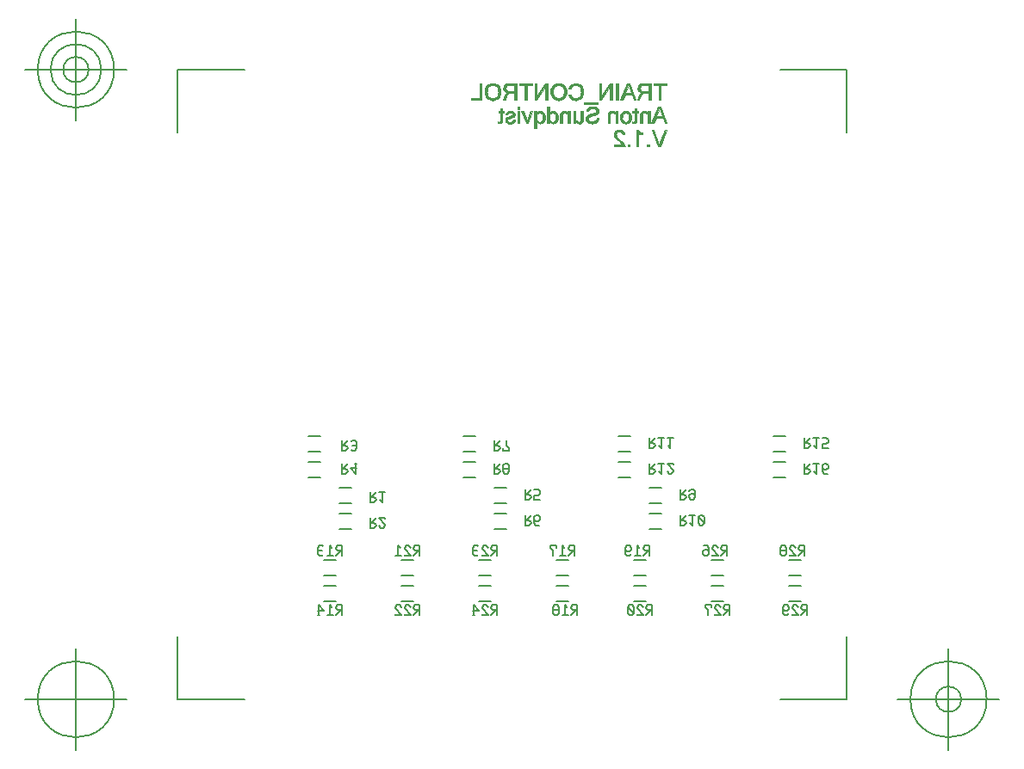
<source format=gbr>
G04 Generated by Ultiboard 14.2 *
%FSLAX24Y24*%
%MOIN*%

%ADD10C,0.0001*%
%ADD11C,0.0061*%
%ADD12C,0.0079*%
%ADD13C,0.0001*%
%ADD14C,0.0050*%


G04 ColorRGB FF14FF for the following layer *
%LNSilkscreen Bottom*%
%LPD*%
G54D10*
G54D11*
X7139Y7133D02*
X7139Y6739D01*
X7296Y6739D01*
X7374Y6818D01*
X7374Y6857D01*
X7296Y6936D01*
X7139Y6936D01*
X7178Y6936D02*
X7374Y7133D01*
X7492Y6818D02*
X7570Y6739D01*
X7649Y6739D01*
X7727Y6818D01*
X7727Y6857D01*
X7492Y7133D01*
X7727Y7133D01*
X7727Y7094D01*
X7139Y8133D02*
X7139Y7739D01*
X7296Y7739D01*
X7374Y7818D01*
X7374Y7857D01*
X7296Y7936D01*
X7139Y7936D01*
X7178Y7936D02*
X7374Y8133D01*
X7531Y7818D02*
X7610Y7739D01*
X7610Y8133D01*
X7492Y8133D02*
X7727Y8133D01*
X6039Y9233D02*
X6039Y8839D01*
X6196Y8839D01*
X6274Y8918D01*
X6274Y8957D01*
X6196Y9036D01*
X6039Y9036D01*
X6078Y9036D02*
X6274Y9233D01*
X6627Y9076D02*
X6392Y9076D01*
X6588Y8839D01*
X6588Y9233D01*
X6549Y9233D02*
X6627Y9233D01*
X6039Y10133D02*
X6039Y9739D01*
X6196Y9739D01*
X6274Y9818D01*
X6274Y9857D01*
X6196Y9936D01*
X6039Y9936D01*
X6078Y9936D02*
X6274Y10133D01*
X6431Y9779D02*
X6470Y9739D01*
X6549Y9739D01*
X6627Y9818D01*
X6627Y9897D01*
X6588Y9936D01*
X6627Y9976D01*
X6627Y10054D01*
X6549Y10133D01*
X6470Y10133D01*
X6431Y10094D01*
X6470Y9936D02*
X6588Y9936D01*
X13139Y7233D02*
X13139Y6839D01*
X13296Y6839D01*
X13374Y6918D01*
X13374Y6957D01*
X13296Y7036D01*
X13139Y7036D01*
X13178Y7036D02*
X13374Y7233D01*
X13688Y6839D02*
X13570Y6839D01*
X13492Y6918D01*
X13492Y7076D01*
X13492Y7154D01*
X13570Y7233D01*
X13649Y7233D01*
X13727Y7154D01*
X13727Y7076D01*
X13649Y6997D01*
X13570Y6997D01*
X13492Y7076D01*
X13139Y8233D02*
X13139Y7839D01*
X13296Y7839D01*
X13374Y7918D01*
X13374Y7957D01*
X13296Y8036D01*
X13139Y8036D01*
X13178Y8036D02*
X13374Y8233D01*
X13727Y7839D02*
X13492Y7839D01*
X13492Y7997D01*
X13649Y7997D01*
X13727Y8076D01*
X13727Y8154D01*
X13649Y8233D01*
X13492Y8233D01*
X11939Y9233D02*
X11939Y8839D01*
X12096Y8839D01*
X12174Y8918D01*
X12174Y8957D01*
X12096Y9036D01*
X11939Y9036D01*
X11978Y9036D02*
X12174Y9233D01*
X12449Y9233D02*
X12370Y9233D01*
X12292Y9154D01*
X12292Y9076D01*
X12331Y9036D01*
X12292Y8997D01*
X12292Y8918D01*
X12370Y8839D01*
X12449Y8839D01*
X12527Y8918D01*
X12527Y8997D01*
X12488Y9036D01*
X12527Y9076D01*
X12527Y9154D01*
X12449Y9233D01*
X12331Y9036D02*
X12488Y9036D01*
X11939Y10133D02*
X11939Y9739D01*
X12096Y9739D01*
X12174Y9818D01*
X12174Y9857D01*
X12096Y9936D01*
X11939Y9936D01*
X11978Y9936D02*
X12174Y10133D01*
X12410Y10133D02*
X12410Y9936D01*
X12527Y9818D01*
X12527Y9739D01*
X12292Y9739D01*
X12292Y9818D01*
X19139Y7233D02*
X19139Y6839D01*
X19296Y6839D01*
X19374Y6918D01*
X19374Y6957D01*
X19296Y7036D01*
X19139Y7036D01*
X19178Y7036D02*
X19374Y7233D01*
X19531Y6918D02*
X19610Y6839D01*
X19610Y7233D01*
X19492Y7233D02*
X19727Y7233D01*
X19845Y6918D02*
X19923Y6839D01*
X20001Y6839D01*
X20080Y6918D01*
X20080Y7154D01*
X20001Y7233D01*
X19923Y7233D01*
X19845Y7154D01*
X19845Y6918D01*
X20080Y6918D02*
X19845Y7154D01*
X19139Y8233D02*
X19139Y7839D01*
X19296Y7839D01*
X19374Y7918D01*
X19374Y7957D01*
X19296Y8036D01*
X19139Y8036D01*
X19178Y8036D02*
X19374Y8233D01*
X19492Y8154D02*
X19570Y8233D01*
X19649Y8233D01*
X19727Y8154D01*
X19727Y7997D01*
X19727Y7918D01*
X19649Y7839D01*
X19570Y7839D01*
X19492Y7918D01*
X19492Y7997D01*
X19570Y8076D01*
X19649Y8076D01*
X19727Y7997D01*
X17939Y9233D02*
X17939Y8839D01*
X18096Y8839D01*
X18174Y8918D01*
X18174Y8957D01*
X18096Y9036D01*
X17939Y9036D01*
X17978Y9036D02*
X18174Y9233D01*
X18331Y8918D02*
X18410Y8839D01*
X18410Y9233D01*
X18292Y9233D02*
X18527Y9233D01*
X18645Y8918D02*
X18723Y8839D01*
X18801Y8839D01*
X18880Y8918D01*
X18880Y8957D01*
X18645Y9233D01*
X18880Y9233D01*
X18880Y9194D01*
X17939Y10233D02*
X17939Y9839D01*
X18096Y9839D01*
X18174Y9918D01*
X18174Y9957D01*
X18096Y10036D01*
X17939Y10036D01*
X17978Y10036D02*
X18174Y10233D01*
X18331Y9918D02*
X18410Y9839D01*
X18410Y10233D01*
X18292Y10233D02*
X18527Y10233D01*
X18684Y9918D02*
X18762Y9839D01*
X18762Y10233D01*
X18645Y10233D02*
X18880Y10233D01*
X23939Y9233D02*
X23939Y8839D01*
X24096Y8839D01*
X24174Y8918D01*
X24174Y8957D01*
X24096Y9036D01*
X23939Y9036D01*
X23978Y9036D02*
X24174Y9233D01*
X24331Y8918D02*
X24410Y8839D01*
X24410Y9233D01*
X24292Y9233D02*
X24527Y9233D01*
X24841Y8839D02*
X24723Y8839D01*
X24645Y8918D01*
X24645Y9076D01*
X24645Y9154D01*
X24723Y9233D01*
X24801Y9233D01*
X24880Y9154D01*
X24880Y9076D01*
X24801Y8997D01*
X24723Y8997D01*
X24645Y9076D01*
X23939Y10233D02*
X23939Y9839D01*
X24096Y9839D01*
X24174Y9918D01*
X24174Y9957D01*
X24096Y10036D01*
X23939Y10036D01*
X23978Y10036D02*
X24174Y10233D01*
X24331Y9918D02*
X24410Y9839D01*
X24410Y10233D01*
X24292Y10233D02*
X24527Y10233D01*
X24880Y9839D02*
X24645Y9839D01*
X24645Y9997D01*
X24801Y9997D01*
X24880Y10076D01*
X24880Y10154D01*
X24801Y10233D01*
X24645Y10233D01*
X6061Y3367D02*
X6061Y3761D01*
X5904Y3761D01*
X5826Y3682D01*
X5826Y3643D01*
X5904Y3564D01*
X6061Y3564D01*
X6022Y3564D02*
X5826Y3367D01*
X5669Y3682D02*
X5590Y3761D01*
X5590Y3367D01*
X5708Y3367D02*
X5473Y3367D01*
X5120Y3524D02*
X5355Y3524D01*
X5159Y3761D01*
X5159Y3367D01*
X5199Y3367D02*
X5120Y3367D01*
X9061Y3367D02*
X9061Y3761D01*
X8904Y3761D01*
X8826Y3682D01*
X8826Y3643D01*
X8904Y3564D01*
X9061Y3564D01*
X9022Y3564D02*
X8826Y3367D01*
X8708Y3682D02*
X8630Y3761D01*
X8551Y3761D01*
X8473Y3682D01*
X8473Y3643D01*
X8708Y3367D01*
X8473Y3367D01*
X8473Y3406D01*
X8355Y3682D02*
X8277Y3761D01*
X8199Y3761D01*
X8120Y3682D01*
X8120Y3643D01*
X8355Y3367D01*
X8120Y3367D01*
X8120Y3406D01*
X12061Y3367D02*
X12061Y3761D01*
X11904Y3761D01*
X11826Y3682D01*
X11826Y3643D01*
X11904Y3564D01*
X12061Y3564D01*
X12022Y3564D02*
X11826Y3367D01*
X11708Y3682D02*
X11630Y3761D01*
X11551Y3761D01*
X11473Y3682D01*
X11473Y3643D01*
X11708Y3367D01*
X11473Y3367D01*
X11473Y3406D01*
X11120Y3524D02*
X11355Y3524D01*
X11159Y3761D01*
X11159Y3367D01*
X11199Y3367D02*
X11120Y3367D01*
X15161Y3367D02*
X15161Y3761D01*
X15004Y3761D01*
X14926Y3682D01*
X14926Y3643D01*
X15004Y3564D01*
X15161Y3564D01*
X15122Y3564D02*
X14926Y3367D01*
X14769Y3682D02*
X14690Y3761D01*
X14690Y3367D01*
X14808Y3367D02*
X14573Y3367D01*
X14299Y3367D02*
X14377Y3367D01*
X14455Y3446D01*
X14455Y3524D01*
X14416Y3564D01*
X14455Y3603D01*
X14455Y3682D01*
X14377Y3761D01*
X14299Y3761D01*
X14220Y3682D01*
X14220Y3603D01*
X14259Y3564D01*
X14220Y3524D01*
X14220Y3446D01*
X14299Y3367D01*
X14416Y3564D02*
X14259Y3564D01*
X18061Y3367D02*
X18061Y3761D01*
X17904Y3761D01*
X17826Y3682D01*
X17826Y3643D01*
X17904Y3564D01*
X18061Y3564D01*
X18022Y3564D02*
X17826Y3367D01*
X17708Y3682D02*
X17630Y3761D01*
X17551Y3761D01*
X17473Y3682D01*
X17473Y3643D01*
X17708Y3367D01*
X17473Y3367D01*
X17473Y3406D01*
X17355Y3682D02*
X17277Y3761D01*
X17199Y3761D01*
X17120Y3682D01*
X17120Y3446D01*
X17199Y3367D01*
X17277Y3367D01*
X17355Y3446D01*
X17355Y3682D01*
X17120Y3682D02*
X17355Y3446D01*
X21061Y3367D02*
X21061Y3761D01*
X20904Y3761D01*
X20826Y3682D01*
X20826Y3643D01*
X20904Y3564D01*
X21061Y3564D01*
X21022Y3564D02*
X20826Y3367D01*
X20708Y3682D02*
X20630Y3761D01*
X20551Y3761D01*
X20473Y3682D01*
X20473Y3643D01*
X20708Y3367D01*
X20473Y3367D01*
X20473Y3406D01*
X20238Y3367D02*
X20238Y3564D01*
X20120Y3682D01*
X20120Y3761D01*
X20355Y3761D01*
X20355Y3682D01*
X24061Y3367D02*
X24061Y3761D01*
X23904Y3761D01*
X23826Y3682D01*
X23826Y3643D01*
X23904Y3564D01*
X24061Y3564D01*
X24022Y3564D02*
X23826Y3367D01*
X23708Y3682D02*
X23630Y3761D01*
X23551Y3761D01*
X23473Y3682D01*
X23473Y3643D01*
X23708Y3367D01*
X23473Y3367D01*
X23473Y3406D01*
X23355Y3446D02*
X23277Y3367D01*
X23199Y3367D01*
X23120Y3446D01*
X23120Y3603D01*
X23120Y3682D01*
X23199Y3761D01*
X23277Y3761D01*
X23355Y3682D01*
X23355Y3603D01*
X23277Y3524D01*
X23199Y3524D01*
X23120Y3603D01*
X23961Y5667D02*
X23961Y6061D01*
X23804Y6061D01*
X23726Y5982D01*
X23726Y5943D01*
X23804Y5864D01*
X23961Y5864D01*
X23922Y5864D02*
X23726Y5667D01*
X23608Y5982D02*
X23530Y6061D01*
X23451Y6061D01*
X23373Y5982D01*
X23373Y5943D01*
X23608Y5667D01*
X23373Y5667D01*
X23373Y5706D01*
X23099Y5667D02*
X23177Y5667D01*
X23255Y5746D01*
X23255Y5824D01*
X23216Y5864D01*
X23255Y5903D01*
X23255Y5982D01*
X23177Y6061D01*
X23099Y6061D01*
X23020Y5982D01*
X23020Y5903D01*
X23059Y5864D01*
X23020Y5824D01*
X23020Y5746D01*
X23099Y5667D01*
X23216Y5864D02*
X23059Y5864D01*
X20961Y5667D02*
X20961Y6061D01*
X20804Y6061D01*
X20726Y5982D01*
X20726Y5943D01*
X20804Y5864D01*
X20961Y5864D01*
X20922Y5864D02*
X20726Y5667D01*
X20608Y5982D02*
X20530Y6061D01*
X20451Y6061D01*
X20373Y5982D01*
X20373Y5943D01*
X20608Y5667D01*
X20373Y5667D01*
X20373Y5706D01*
X20059Y6061D02*
X20177Y6061D01*
X20255Y5982D01*
X20255Y5824D01*
X20255Y5746D01*
X20177Y5667D01*
X20099Y5667D01*
X20020Y5746D01*
X20020Y5824D01*
X20099Y5903D01*
X20177Y5903D01*
X20255Y5824D01*
X17961Y5667D02*
X17961Y6061D01*
X17804Y6061D01*
X17726Y5982D01*
X17726Y5943D01*
X17804Y5864D01*
X17961Y5864D01*
X17922Y5864D02*
X17726Y5667D01*
X17569Y5982D02*
X17490Y6061D01*
X17490Y5667D01*
X17608Y5667D02*
X17373Y5667D01*
X17255Y5746D02*
X17177Y5667D01*
X17099Y5667D01*
X17020Y5746D01*
X17020Y5903D01*
X17020Y5982D01*
X17099Y6061D01*
X17177Y6061D01*
X17255Y5982D01*
X17255Y5903D01*
X17177Y5824D01*
X17099Y5824D01*
X17020Y5903D01*
X15061Y5667D02*
X15061Y6061D01*
X14904Y6061D01*
X14826Y5982D01*
X14826Y5943D01*
X14904Y5864D01*
X15061Y5864D01*
X15022Y5864D02*
X14826Y5667D01*
X14669Y5982D02*
X14590Y6061D01*
X14590Y5667D01*
X14708Y5667D02*
X14473Y5667D01*
X14238Y5667D02*
X14238Y5864D01*
X14120Y5982D01*
X14120Y6061D01*
X14355Y6061D01*
X14355Y5982D01*
X6061Y5667D02*
X6061Y6061D01*
X5904Y6061D01*
X5826Y5982D01*
X5826Y5943D01*
X5904Y5864D01*
X6061Y5864D01*
X6022Y5864D02*
X5826Y5667D01*
X5669Y5982D02*
X5590Y6061D01*
X5590Y5667D01*
X5708Y5667D02*
X5473Y5667D01*
X5316Y6021D02*
X5277Y6061D01*
X5199Y6061D01*
X5120Y5982D01*
X5120Y5903D01*
X5159Y5864D01*
X5120Y5824D01*
X5120Y5746D01*
X5199Y5667D01*
X5277Y5667D01*
X5316Y5706D01*
X5277Y5864D02*
X5159Y5864D01*
X12061Y5667D02*
X12061Y6061D01*
X11904Y6061D01*
X11826Y5982D01*
X11826Y5943D01*
X11904Y5864D01*
X12061Y5864D01*
X12022Y5864D02*
X11826Y5667D01*
X11708Y5982D02*
X11630Y6061D01*
X11551Y6061D01*
X11473Y5982D01*
X11473Y5943D01*
X11708Y5667D01*
X11473Y5667D01*
X11473Y5706D01*
X11316Y6021D02*
X11277Y6061D01*
X11199Y6061D01*
X11120Y5982D01*
X11120Y5903D01*
X11159Y5864D01*
X11120Y5824D01*
X11120Y5746D01*
X11199Y5667D01*
X11277Y5667D01*
X11316Y5706D01*
X11277Y5864D02*
X11159Y5864D01*
X9061Y5667D02*
X9061Y6061D01*
X8904Y6061D01*
X8826Y5982D01*
X8826Y5943D01*
X8904Y5864D01*
X9061Y5864D01*
X9022Y5864D02*
X8826Y5667D01*
X8708Y5982D02*
X8630Y6061D01*
X8551Y6061D01*
X8473Y5982D01*
X8473Y5943D01*
X8708Y5667D01*
X8473Y5667D01*
X8473Y5706D01*
X8316Y5982D02*
X8238Y6061D01*
X8238Y5667D01*
X8355Y5667D02*
X8120Y5667D01*
G54D12*
X6436Y6685D02*
X5964Y6685D01*
X6436Y7315D02*
X5964Y7315D01*
X6436Y7315D02*
X5964Y7315D01*
X5964Y8315D02*
X6436Y8315D01*
X5964Y7685D02*
X6436Y7685D01*
X5964Y7685D02*
X6436Y7685D01*
X5236Y8685D02*
X4764Y8685D01*
X5236Y9315D02*
X4764Y9315D01*
X5236Y9315D02*
X4764Y9315D01*
X4764Y10315D02*
X5236Y10315D01*
X4764Y9685D02*
X5236Y9685D01*
X4764Y9685D02*
X5236Y9685D01*
X12436Y6685D02*
X11964Y6685D01*
X12436Y7315D02*
X11964Y7315D01*
X12436Y7315D02*
X11964Y7315D01*
X11964Y8315D02*
X12436Y8315D01*
X11964Y7685D02*
X12436Y7685D01*
X11964Y7685D02*
X12436Y7685D01*
X11236Y8685D02*
X10764Y8685D01*
X11236Y9315D02*
X10764Y9315D01*
X11236Y9315D02*
X10764Y9315D01*
X10764Y10315D02*
X11236Y10315D01*
X10764Y9685D02*
X11236Y9685D01*
X10764Y9685D02*
X11236Y9685D01*
X18436Y6685D02*
X17964Y6685D01*
X18436Y7315D02*
X17964Y7315D01*
X18436Y7315D02*
X17964Y7315D01*
X17964Y8315D02*
X18436Y8315D01*
X17964Y7685D02*
X18436Y7685D01*
X17964Y7685D02*
X18436Y7685D01*
X17236Y8685D02*
X16764Y8685D01*
X17236Y9315D02*
X16764Y9315D01*
X17236Y9315D02*
X16764Y9315D01*
X16764Y10315D02*
X17236Y10315D01*
X16764Y9685D02*
X17236Y9685D01*
X16764Y9685D02*
X17236Y9685D01*
X23236Y8685D02*
X22764Y8685D01*
X23236Y9315D02*
X22764Y9315D01*
X23236Y9315D02*
X22764Y9315D01*
X22764Y10315D02*
X23236Y10315D01*
X22764Y9685D02*
X23236Y9685D01*
X22764Y9685D02*
X23236Y9685D01*
X5836Y3885D02*
X5364Y3885D01*
X5836Y4515D02*
X5364Y4515D01*
X5836Y4515D02*
X5364Y4515D01*
X8836Y3885D02*
X8364Y3885D01*
X8836Y4515D02*
X8364Y4515D01*
X8836Y4515D02*
X8364Y4515D01*
X11836Y3885D02*
X11364Y3885D01*
X11836Y4515D02*
X11364Y4515D01*
X11836Y4515D02*
X11364Y4515D01*
X14836Y3885D02*
X14364Y3885D01*
X14836Y4515D02*
X14364Y4515D01*
X14836Y4515D02*
X14364Y4515D01*
X17836Y3885D02*
X17364Y3885D01*
X17836Y4515D02*
X17364Y4515D01*
X17836Y4515D02*
X17364Y4515D01*
X20836Y3885D02*
X20364Y3885D01*
X20836Y4515D02*
X20364Y4515D01*
X20836Y4515D02*
X20364Y4515D01*
X23836Y3885D02*
X23364Y3885D01*
X23836Y4515D02*
X23364Y4515D01*
X23836Y4515D02*
X23364Y4515D01*
X23364Y5515D02*
X23836Y5515D01*
X23364Y4885D02*
X23836Y4885D01*
X23364Y4885D02*
X23836Y4885D01*
X20364Y5515D02*
X20836Y5515D01*
X20364Y4885D02*
X20836Y4885D01*
X20364Y4885D02*
X20836Y4885D01*
X17364Y5515D02*
X17836Y5515D01*
X17364Y4885D02*
X17836Y4885D01*
X17364Y4885D02*
X17836Y4885D01*
X14364Y5515D02*
X14836Y5515D01*
X14364Y4885D02*
X14836Y4885D01*
X14364Y4885D02*
X14836Y4885D01*
X5364Y5515D02*
X5836Y5515D01*
X5364Y4885D02*
X5836Y4885D01*
X5364Y4885D02*
X5836Y4885D01*
X11364Y5515D02*
X11836Y5515D01*
X11364Y4885D02*
X11836Y4885D01*
X11364Y4885D02*
X11836Y4885D01*
X8364Y5515D02*
X8836Y5515D01*
X8364Y4885D02*
X8836Y4885D01*
X8364Y4885D02*
X8836Y4885D01*
G54D13*
G36*
X18319Y23323D02*
X18319Y23323D01*
X18405Y23891D01*
X18405Y23323D01*
X18319Y23323D01*
D02*
G37*
X18405Y23891D01*
X18405Y23323D01*
X18319Y23323D01*
G36*
X18405Y23891D02*
X18405Y23891D01*
X18319Y23323D01*
X18319Y23891D01*
X18405Y23891D01*
D02*
G37*
X18319Y23323D01*
X18319Y23891D01*
X18405Y23891D01*
G36*
X18319Y23891D02*
X18319Y23891D01*
X18616Y23967D01*
X18405Y23891D01*
X18319Y23891D01*
D02*
G37*
X18616Y23967D01*
X18405Y23891D01*
X18319Y23891D01*
G36*
X18616Y23967D02*
X18616Y23967D01*
X18319Y23891D01*
X18106Y23891D01*
X18616Y23967D01*
D02*
G37*
X18319Y23891D01*
X18106Y23891D01*
X18616Y23967D01*
G36*
X18106Y23891D02*
X18106Y23891D01*
X18106Y23967D01*
X18616Y23967D01*
X18106Y23891D01*
D02*
G37*
X18106Y23967D01*
X18616Y23967D01*
X18106Y23891D01*
G36*
X18405Y23891D02*
X18405Y23891D01*
X18616Y23967D01*
X18616Y23891D01*
X18405Y23891D01*
D02*
G37*
X18616Y23967D01*
X18616Y23891D01*
X18405Y23891D01*
G36*
X17725Y23591D02*
X17725Y23591D01*
X17739Y23675D01*
X17771Y23599D01*
X17725Y23591D01*
D02*
G37*
X17739Y23675D01*
X17771Y23599D01*
X17725Y23591D01*
G36*
X17739Y23675D02*
X17739Y23675D01*
X17725Y23591D01*
X17684Y23570D01*
X17739Y23675D01*
D02*
G37*
X17725Y23591D01*
X17684Y23570D01*
X17739Y23675D01*
G36*
X17684Y23570D02*
X17684Y23570D01*
X17670Y23681D01*
X17739Y23675D01*
X17684Y23570D01*
D02*
G37*
X17670Y23681D01*
X17739Y23675D01*
X17684Y23570D01*
G36*
X17670Y23681D02*
X17670Y23681D01*
X17684Y23570D01*
X17652Y23536D01*
X17670Y23681D01*
D02*
G37*
X17684Y23570D01*
X17652Y23536D01*
X17670Y23681D01*
G36*
X17652Y23536D02*
X17652Y23536D01*
X17644Y23615D01*
X17670Y23681D01*
X17652Y23536D01*
D02*
G37*
X17644Y23615D01*
X17670Y23681D01*
X17652Y23536D01*
G36*
X17644Y23615D02*
X17644Y23615D01*
X17652Y23536D01*
X17630Y23495D01*
X17644Y23615D01*
D02*
G37*
X17652Y23536D01*
X17630Y23495D01*
X17644Y23615D01*
G36*
X17630Y23495D02*
X17630Y23495D01*
X17612Y23599D01*
X17644Y23615D01*
X17630Y23495D01*
D02*
G37*
X17612Y23599D01*
X17644Y23615D01*
X17630Y23495D01*
G36*
X17612Y23599D02*
X17612Y23599D01*
X17630Y23495D01*
X17569Y23323D01*
X17612Y23599D01*
D02*
G37*
X17630Y23495D01*
X17569Y23323D01*
X17612Y23599D01*
G36*
X17569Y23323D02*
X17569Y23323D01*
X17561Y23541D01*
X17612Y23599D01*
X17569Y23323D01*
D02*
G37*
X17561Y23541D01*
X17612Y23599D01*
X17569Y23323D01*
G36*
X17561Y23541D02*
X17561Y23541D01*
X17569Y23323D01*
X17542Y23498D01*
X17561Y23541D01*
D02*
G37*
X17569Y23323D01*
X17542Y23498D01*
X17561Y23541D01*
G36*
X17929Y23323D02*
X17929Y23323D01*
X18014Y23967D01*
X18014Y23323D01*
X17929Y23323D01*
D02*
G37*
X18014Y23967D01*
X18014Y23323D01*
X17929Y23323D01*
G36*
X18014Y23967D02*
X18014Y23967D01*
X17929Y23323D01*
X17929Y23599D01*
X18014Y23967D01*
D02*
G37*
X17929Y23323D01*
X17929Y23599D01*
X18014Y23967D01*
G36*
X17929Y23599D02*
X17929Y23599D01*
X17929Y23675D01*
X18014Y23967D01*
X17929Y23599D01*
D02*
G37*
X17929Y23675D01*
X18014Y23967D01*
X17929Y23599D01*
G36*
X17929Y23675D02*
X17929Y23675D01*
X17929Y23599D01*
X17771Y23599D01*
X17929Y23675D01*
D02*
G37*
X17929Y23599D01*
X17771Y23599D01*
X17929Y23675D01*
G36*
X17771Y23599D02*
X17771Y23599D01*
X17739Y23675D01*
X17929Y23675D01*
X17771Y23599D01*
D02*
G37*
X17739Y23675D01*
X17929Y23675D01*
X17771Y23599D01*
G36*
X17607Y23715D02*
X17607Y23715D01*
X17612Y23625D01*
X17590Y23758D01*
X17607Y23715D01*
D02*
G37*
X17612Y23625D01*
X17590Y23758D01*
X17607Y23715D01*
G36*
X17612Y23625D02*
X17612Y23625D01*
X17607Y23715D01*
X17623Y23700D01*
X17612Y23625D01*
D02*
G37*
X17607Y23715D01*
X17623Y23700D01*
X17612Y23625D01*
G36*
X17623Y23700D02*
X17623Y23700D01*
X17644Y23617D01*
X17612Y23625D01*
X17623Y23700D01*
D02*
G37*
X17644Y23617D01*
X17612Y23625D01*
X17623Y23700D01*
G36*
X17644Y23617D02*
X17644Y23617D01*
X17623Y23700D01*
X17670Y23681D01*
X17644Y23617D01*
D02*
G37*
X17623Y23700D01*
X17670Y23681D01*
X17644Y23617D01*
G36*
X17670Y23681D02*
X17670Y23681D01*
X17644Y23615D01*
X17644Y23617D01*
X17670Y23681D01*
D02*
G37*
X17644Y23615D01*
X17644Y23617D01*
X17670Y23681D01*
G36*
X17725Y23897D02*
X17725Y23897D01*
X17729Y23967D01*
X17929Y23897D01*
X17725Y23897D01*
D02*
G37*
X17729Y23967D01*
X17929Y23897D01*
X17725Y23897D01*
G36*
X17729Y23967D02*
X17729Y23967D01*
X17725Y23897D01*
X17665Y23890D01*
X17729Y23967D01*
D02*
G37*
X17725Y23897D01*
X17665Y23890D01*
X17729Y23967D01*
G36*
X17665Y23890D02*
X17665Y23890D01*
X17661Y23964D01*
X17729Y23967D01*
X17665Y23890D01*
D02*
G37*
X17661Y23964D01*
X17729Y23967D01*
X17665Y23890D01*
G36*
X17661Y23964D02*
X17661Y23964D01*
X17665Y23890D01*
X17607Y23854D01*
X17661Y23964D01*
D02*
G37*
X17665Y23890D01*
X17607Y23854D01*
X17661Y23964D01*
G36*
X17607Y23854D02*
X17607Y23854D01*
X17607Y23953D01*
X17661Y23964D01*
X17607Y23854D01*
D02*
G37*
X17607Y23953D01*
X17661Y23964D01*
X17607Y23854D01*
G36*
X17607Y23953D02*
X17607Y23953D01*
X17607Y23854D01*
X17590Y23812D01*
X17607Y23953D01*
D02*
G37*
X17607Y23854D01*
X17590Y23812D01*
X17607Y23953D01*
G36*
X17590Y23812D02*
X17590Y23812D01*
X17564Y23930D01*
X17607Y23953D01*
X17590Y23812D01*
D02*
G37*
X17564Y23930D01*
X17607Y23953D01*
X17590Y23812D01*
G36*
X17564Y23930D02*
X17564Y23930D01*
X17590Y23812D01*
X17587Y23787D01*
X17564Y23930D01*
D02*
G37*
X17590Y23812D01*
X17587Y23787D01*
X17564Y23930D01*
G36*
X17587Y23787D02*
X17587Y23787D01*
X17590Y23758D01*
X17564Y23930D01*
X17587Y23787D01*
D02*
G37*
X17590Y23758D01*
X17564Y23930D01*
X17587Y23787D01*
G36*
X17507Y23842D02*
X17507Y23842D01*
X17521Y23699D01*
X17502Y23755D01*
X17507Y23842D01*
D02*
G37*
X17521Y23699D01*
X17502Y23755D01*
X17507Y23842D01*
G36*
X17521Y23699D02*
X17521Y23699D01*
X17507Y23842D01*
X17529Y23892D01*
X17521Y23699D01*
D02*
G37*
X17507Y23842D01*
X17529Y23892D01*
X17521Y23699D01*
G36*
X17529Y23892D02*
X17529Y23892D01*
X17538Y23675D01*
X17521Y23699D01*
X17529Y23892D01*
D02*
G37*
X17538Y23675D01*
X17521Y23699D01*
X17529Y23892D01*
G36*
X17538Y23675D02*
X17538Y23675D01*
X17529Y23892D01*
X17564Y23930D01*
X17538Y23675D01*
D02*
G37*
X17529Y23892D01*
X17564Y23930D01*
X17538Y23675D01*
G36*
X17564Y23930D02*
X17564Y23930D01*
X17559Y23655D01*
X17538Y23675D01*
X17564Y23930D01*
D02*
G37*
X17559Y23655D01*
X17538Y23675D01*
X17564Y23930D01*
G36*
X17559Y23655D02*
X17559Y23655D01*
X17564Y23930D01*
X17590Y23758D01*
X17559Y23655D01*
D02*
G37*
X17564Y23930D01*
X17590Y23758D01*
X17559Y23655D01*
G36*
X17590Y23758D02*
X17590Y23758D01*
X17612Y23625D01*
X17559Y23655D01*
X17590Y23758D01*
D02*
G37*
X17612Y23625D01*
X17559Y23655D01*
X17590Y23758D01*
G36*
X17929Y23897D02*
X17929Y23897D01*
X17729Y23967D01*
X18014Y23967D01*
X17929Y23897D01*
D02*
G37*
X17729Y23967D01*
X18014Y23967D01*
X17929Y23897D01*
G36*
X17929Y23897D01*
X18014Y23967D01*
X17929Y23675D01*
X17929Y23897D01*
D02*
G37*
X18014Y23967D01*
X17929Y23675D01*
X17929Y23897D01*
G36*
X17507Y23842D02*
X17507Y23842D01*
X17502Y23755D01*
X17499Y23787D01*
X17507Y23842D01*
D02*
G37*
X17502Y23755D01*
X17499Y23787D01*
X17507Y23842D01*
G36*
X17542Y23498D02*
X17542Y23498D01*
X17569Y23323D01*
X17477Y23323D01*
X17542Y23498D01*
D02*
G37*
X17569Y23323D01*
X17477Y23323D01*
X17542Y23498D01*
G36*
X17437Y23323D02*
X17437Y23323D01*
X17252Y23587D01*
X17190Y23967D01*
X17437Y23323D01*
D02*
G37*
X17252Y23587D01*
X17190Y23967D01*
X17437Y23323D01*
G36*
X17252Y23587D02*
X17252Y23587D01*
X17437Y23323D01*
X17276Y23519D01*
X17252Y23587D01*
D02*
G37*
X17437Y23323D01*
X17276Y23519D01*
X17252Y23587D01*
G36*
X17276Y23519D02*
X17276Y23519D01*
X17031Y23587D01*
X17252Y23587D01*
X17276Y23519D01*
D02*
G37*
X17031Y23587D01*
X17252Y23587D01*
X17276Y23519D01*
G36*
X17031Y23587D02*
X17031Y23587D01*
X17276Y23519D01*
X17006Y23519D01*
X17031Y23587D01*
D02*
G37*
X17276Y23519D01*
X17006Y23519D01*
X17031Y23587D01*
G36*
X17006Y23519D02*
X17006Y23519D01*
X17098Y23967D01*
X17031Y23587D01*
X17006Y23519D01*
D02*
G37*
X17098Y23967D01*
X17031Y23587D01*
X17006Y23519D01*
G36*
X17098Y23967D02*
X17098Y23967D01*
X17006Y23519D01*
X16931Y23323D01*
X17098Y23967D01*
D02*
G37*
X17006Y23519D01*
X16931Y23323D01*
X17098Y23967D01*
G36*
X16931Y23323D02*
X16931Y23323D01*
X16835Y23323D01*
X17098Y23967D01*
X16931Y23323D01*
D02*
G37*
X16835Y23323D01*
X17098Y23967D01*
X16931Y23323D01*
G36*
X17144Y23886D02*
X17144Y23886D01*
X17031Y23587D01*
X17098Y23967D01*
X17144Y23886D01*
D02*
G37*
X17031Y23587D01*
X17098Y23967D01*
X17144Y23886D01*
G36*
X17144Y23886D01*
X17098Y23967D01*
X17190Y23967D01*
X17144Y23886D01*
D02*
G37*
X17098Y23967D01*
X17190Y23967D01*
X17144Y23886D01*
G36*
X17144Y23886D01*
X17190Y23967D01*
X17252Y23587D01*
X17144Y23886D01*
D02*
G37*
X17190Y23967D01*
X17252Y23587D01*
X17144Y23886D01*
G36*
X17276Y23519D02*
X17276Y23519D01*
X17437Y23323D01*
X17347Y23323D01*
X17276Y23519D01*
D02*
G37*
X17437Y23323D01*
X17347Y23323D01*
X17276Y23519D01*
G36*
X16668Y23323D02*
X16668Y23323D01*
X16668Y23967D01*
X16753Y23967D01*
X16668Y23323D01*
D02*
G37*
X16668Y23967D01*
X16753Y23967D01*
X16668Y23323D01*
G36*
X16668Y23323D01*
X16753Y23967D01*
X16753Y23323D01*
X16668Y23323D01*
D02*
G37*
X16753Y23967D01*
X16753Y23323D01*
X16668Y23323D01*
G36*
X16089Y23967D02*
X16089Y23967D01*
X16008Y23323D01*
X16008Y23967D01*
X16089Y23967D01*
D02*
G37*
X16008Y23323D01*
X16008Y23967D01*
X16089Y23967D01*
G36*
X16008Y23323D02*
X16008Y23323D01*
X16089Y23967D01*
X16089Y23459D01*
X16008Y23323D01*
D02*
G37*
X16089Y23967D01*
X16089Y23459D01*
X16008Y23323D01*
G36*
X16089Y23459D02*
X16089Y23459D01*
X16095Y23323D01*
X16008Y23323D01*
X16089Y23459D01*
D02*
G37*
X16095Y23323D01*
X16008Y23323D01*
X16089Y23459D01*
G36*
X16095Y23323D02*
X16095Y23323D01*
X16089Y23459D01*
X16427Y23967D01*
X16095Y23323D01*
D02*
G37*
X16089Y23459D01*
X16427Y23967D01*
X16095Y23323D01*
G36*
X16427Y23967D02*
X16427Y23967D01*
X16433Y23831D01*
X16095Y23323D01*
X16427Y23967D01*
D02*
G37*
X16433Y23831D01*
X16095Y23323D01*
X16427Y23967D01*
G36*
X16433Y23831D02*
X16433Y23831D01*
X16427Y23967D01*
X16514Y23967D01*
X16433Y23831D01*
D02*
G37*
X16427Y23967D01*
X16514Y23967D01*
X16433Y23831D01*
G36*
X16514Y23967D02*
X16514Y23967D01*
X16433Y23323D01*
X16433Y23831D01*
X16514Y23967D01*
D02*
G37*
X16433Y23323D01*
X16433Y23831D01*
X16514Y23967D01*
G36*
X16433Y23323D02*
X16433Y23323D01*
X16514Y23967D01*
X16514Y23323D01*
X16433Y23323D01*
D02*
G37*
X16514Y23967D01*
X16514Y23323D01*
X16433Y23323D01*
G36*
X15434Y23182D02*
X15434Y23182D01*
X15434Y23226D01*
X15941Y23226D01*
X15434Y23182D01*
D02*
G37*
X15434Y23226D01*
X15941Y23226D01*
X15434Y23182D01*
G36*
X15434Y23182D01*
X15941Y23226D01*
X15941Y23182D01*
X15434Y23182D01*
D02*
G37*
X15941Y23226D01*
X15941Y23182D01*
X15434Y23182D01*
G36*
X15392Y23572D02*
X15392Y23572D01*
X15392Y23718D01*
X15397Y23645D01*
X15392Y23572D01*
D02*
G37*
X15392Y23718D01*
X15397Y23645D01*
X15392Y23572D01*
G36*
X15392Y23718D02*
X15392Y23718D01*
X15392Y23572D01*
X15351Y23451D01*
X15392Y23718D01*
D02*
G37*
X15392Y23572D01*
X15351Y23451D01*
X15392Y23718D01*
G36*
X15351Y23451D02*
X15351Y23451D01*
X15351Y23840D01*
X15392Y23718D01*
X15351Y23451D01*
D02*
G37*
X15351Y23840D01*
X15392Y23718D01*
X15351Y23451D01*
G36*
X15351Y23840D02*
X15351Y23840D01*
X15351Y23451D01*
X15316Y23402D01*
X15351Y23840D01*
D02*
G37*
X15351Y23451D01*
X15316Y23402D01*
X15351Y23840D01*
G36*
X15316Y23402D02*
X15316Y23402D01*
X15316Y23888D01*
X15351Y23840D01*
X15316Y23402D01*
D02*
G37*
X15316Y23888D01*
X15351Y23840D01*
X15316Y23402D01*
G36*
X15316Y23888D02*
X15316Y23888D01*
X15316Y23402D01*
X15309Y23645D01*
X15316Y23888D01*
D02*
G37*
X15316Y23402D01*
X15309Y23645D01*
X15316Y23888D01*
G36*
X15309Y23645D02*
X15309Y23645D01*
X15305Y23704D01*
X15316Y23888D01*
X15309Y23645D01*
D02*
G37*
X15305Y23704D01*
X15316Y23888D01*
X15309Y23645D01*
G36*
X15252Y23453D02*
X15252Y23453D01*
X15271Y23363D01*
X15221Y23423D01*
X15252Y23453D01*
D02*
G37*
X15271Y23363D01*
X15221Y23423D01*
X15252Y23453D01*
G36*
X15271Y23363D02*
X15271Y23363D01*
X15252Y23453D01*
X15277Y23490D01*
X15271Y23363D01*
D02*
G37*
X15252Y23453D01*
X15277Y23490D01*
X15271Y23363D01*
G36*
X15277Y23490D02*
X15277Y23490D01*
X15316Y23402D01*
X15271Y23363D01*
X15277Y23490D01*
D02*
G37*
X15316Y23402D01*
X15271Y23363D01*
X15277Y23490D01*
G36*
X15316Y23402D02*
X15316Y23402D01*
X15277Y23490D01*
X15305Y23586D01*
X15316Y23402D01*
D02*
G37*
X15277Y23490D01*
X15305Y23586D01*
X15316Y23402D01*
G36*
X15305Y23586D02*
X15305Y23586D01*
X15309Y23645D01*
X15316Y23402D01*
X15305Y23586D01*
D02*
G37*
X15309Y23645D01*
X15316Y23402D01*
X15305Y23586D01*
G36*
X15162Y23318D02*
X15162Y23318D01*
X15097Y23312D01*
X15098Y23385D01*
X15162Y23318D01*
D02*
G37*
X15097Y23312D01*
X15098Y23385D01*
X15162Y23318D01*
G36*
X15162Y23318D01*
X15098Y23385D01*
X15144Y23389D01*
X15162Y23318D01*
D02*
G37*
X15098Y23385D01*
X15144Y23389D01*
X15162Y23318D01*
G36*
X15162Y23318D01*
X15144Y23389D01*
X15221Y23423D01*
X15162Y23318D01*
D02*
G37*
X15144Y23389D01*
X15221Y23423D01*
X15162Y23318D01*
G36*
X15162Y23318D01*
X15221Y23423D01*
X15271Y23363D01*
X15162Y23318D01*
D02*
G37*
X15221Y23423D01*
X15271Y23363D01*
X15162Y23318D01*
G36*
X15001Y23406D02*
X15001Y23406D01*
X15045Y23316D01*
X14976Y23422D01*
X15001Y23406D01*
D02*
G37*
X15045Y23316D01*
X14976Y23422D01*
X15001Y23406D01*
G36*
X15045Y23316D02*
X15045Y23316D01*
X15001Y23406D01*
X15062Y23387D01*
X15045Y23316D01*
D02*
G37*
X15001Y23406D01*
X15062Y23387D01*
X15045Y23316D01*
G36*
X15062Y23387D02*
X15062Y23387D01*
X15097Y23312D01*
X15045Y23316D01*
X15062Y23387D01*
D02*
G37*
X15097Y23312D01*
X15045Y23316D01*
X15062Y23387D01*
G36*
X15097Y23312D02*
X15097Y23312D01*
X15062Y23387D01*
X15098Y23385D01*
X15097Y23312D01*
D02*
G37*
X15062Y23387D01*
X15098Y23385D01*
X15097Y23312D01*
G36*
X14929Y23495D02*
X14929Y23495D01*
X14955Y23344D01*
X14923Y23527D01*
X14929Y23495D01*
D02*
G37*
X14955Y23344D01*
X14923Y23527D01*
X14929Y23495D01*
G36*
X14955Y23344D02*
X14955Y23344D01*
X14929Y23495D01*
X14955Y23442D01*
X14955Y23344D01*
D02*
G37*
X14929Y23495D01*
X14955Y23442D01*
X14955Y23344D01*
G36*
X14955Y23442D02*
X14955Y23442D01*
X15045Y23316D01*
X14955Y23344D01*
X14955Y23442D01*
D02*
G37*
X15045Y23316D01*
X14955Y23344D01*
X14955Y23442D01*
G36*
X15045Y23316D02*
X15045Y23316D01*
X14955Y23442D01*
X14976Y23422D01*
X15045Y23316D01*
D02*
G37*
X14955Y23442D01*
X14976Y23422D01*
X15045Y23316D01*
G36*
X14923Y23527D02*
X14923Y23527D01*
X14955Y23344D01*
X14916Y23368D01*
X14923Y23527D01*
D02*
G37*
X14955Y23344D01*
X14916Y23368D01*
X14923Y23527D01*
G36*
X14923Y23527D01*
X14916Y23368D01*
X14884Y23399D01*
X14923Y23527D01*
D02*
G37*
X14916Y23368D01*
X14884Y23399D01*
X14923Y23527D01*
G36*
X14923Y23527D01*
X14884Y23399D01*
X14844Y23479D01*
X14923Y23527D01*
D02*
G37*
X14884Y23399D01*
X14844Y23479D01*
X14923Y23527D01*
G36*
X14923Y23527D01*
X14844Y23479D01*
X14835Y23527D01*
X14923Y23527D01*
D02*
G37*
X14844Y23479D01*
X14835Y23527D01*
X14923Y23527D01*
G36*
X15277Y23801D02*
X15277Y23801D01*
X15252Y23838D01*
X15271Y23928D01*
X15277Y23801D01*
D02*
G37*
X15252Y23838D01*
X15271Y23928D01*
X15277Y23801D01*
G36*
X15277Y23801D01*
X15271Y23928D01*
X15316Y23888D01*
X15277Y23801D01*
D02*
G37*
X15271Y23928D01*
X15316Y23888D01*
X15277Y23801D01*
G36*
X15277Y23801D01*
X15316Y23888D01*
X15305Y23704D01*
X15277Y23801D01*
D02*
G37*
X15316Y23888D01*
X15305Y23704D01*
X15277Y23801D01*
G36*
X15097Y23978D02*
X15097Y23978D01*
X15143Y23901D01*
X15097Y23905D01*
X15097Y23978D01*
D02*
G37*
X15143Y23901D01*
X15097Y23905D01*
X15097Y23978D01*
G36*
X15143Y23901D02*
X15143Y23901D01*
X15097Y23978D01*
X15162Y23973D01*
X15143Y23901D01*
D02*
G37*
X15097Y23978D01*
X15162Y23973D01*
X15143Y23901D01*
G36*
X15162Y23973D02*
X15162Y23973D01*
X15221Y23867D01*
X15143Y23901D01*
X15162Y23973D01*
D02*
G37*
X15221Y23867D01*
X15143Y23901D01*
X15162Y23973D01*
G36*
X15221Y23867D02*
X15221Y23867D01*
X15162Y23973D01*
X15271Y23928D01*
X15221Y23867D01*
D02*
G37*
X15162Y23973D01*
X15271Y23928D01*
X15221Y23867D01*
G36*
X15271Y23928D02*
X15271Y23928D01*
X15252Y23838D01*
X15221Y23867D01*
X15271Y23928D01*
D02*
G37*
X15252Y23838D01*
X15221Y23867D01*
X15271Y23928D01*
G36*
X15062Y23903D02*
X15062Y23903D01*
X15002Y23885D01*
X15047Y23975D01*
X15062Y23903D01*
D02*
G37*
X15002Y23885D01*
X15047Y23975D01*
X15062Y23903D01*
G36*
X15062Y23903D01*
X15047Y23975D01*
X15097Y23978D01*
X15062Y23903D01*
D02*
G37*
X15047Y23975D01*
X15097Y23978D01*
X15062Y23903D01*
G36*
X15062Y23903D01*
X15097Y23978D01*
X15097Y23905D01*
X15062Y23903D01*
D02*
G37*
X15097Y23978D01*
X15097Y23905D01*
X15062Y23903D01*
G36*
X14976Y23869D02*
X14976Y23869D01*
X14955Y23850D01*
X14957Y23946D01*
X14976Y23869D01*
D02*
G37*
X14955Y23850D01*
X14957Y23946D01*
X14976Y23869D01*
G36*
X14976Y23869D01*
X14957Y23946D01*
X15047Y23975D01*
X14976Y23869D01*
D02*
G37*
X14957Y23946D01*
X15047Y23975D01*
X14976Y23869D01*
G36*
X14976Y23869D01*
X15047Y23975D01*
X15002Y23885D01*
X14976Y23869D01*
D02*
G37*
X15047Y23975D01*
X15002Y23885D01*
X14976Y23869D01*
G36*
X14886Y23891D02*
X14886Y23891D01*
X14923Y23772D01*
X14844Y23816D01*
X14886Y23891D01*
D02*
G37*
X14923Y23772D01*
X14844Y23816D01*
X14886Y23891D01*
G36*
X14923Y23772D02*
X14923Y23772D01*
X14886Y23891D01*
X14919Y23922D01*
X14923Y23772D01*
D02*
G37*
X14886Y23891D01*
X14919Y23922D01*
X14923Y23772D01*
G36*
X14919Y23922D02*
X14919Y23922D01*
X14929Y23801D01*
X14923Y23772D01*
X14919Y23922D01*
D02*
G37*
X14929Y23801D01*
X14923Y23772D01*
X14919Y23922D01*
G36*
X14929Y23801D02*
X14929Y23801D01*
X14919Y23922D01*
X14957Y23946D01*
X14929Y23801D01*
D02*
G37*
X14919Y23922D01*
X14957Y23946D01*
X14929Y23801D01*
G36*
X14957Y23946D02*
X14957Y23946D01*
X14955Y23850D01*
X14929Y23801D01*
X14957Y23946D01*
D02*
G37*
X14955Y23850D01*
X14929Y23801D01*
X14957Y23946D01*
G36*
X14844Y23816D02*
X14844Y23816D01*
X14923Y23772D01*
X14835Y23772D01*
X14844Y23816D01*
D02*
G37*
X14923Y23772D01*
X14835Y23772D01*
X14844Y23816D01*
G36*
X14742Y23574D02*
X14742Y23574D01*
X14742Y23717D01*
X14747Y23645D01*
X14742Y23574D01*
D02*
G37*
X14742Y23717D01*
X14747Y23645D01*
X14742Y23574D01*
G36*
X14742Y23717D02*
X14742Y23717D01*
X14742Y23574D01*
X14698Y23453D01*
X14742Y23717D01*
D02*
G37*
X14742Y23574D01*
X14698Y23453D01*
X14742Y23717D01*
G36*
X14698Y23453D02*
X14698Y23453D01*
X14698Y23837D01*
X14742Y23717D01*
X14698Y23453D01*
D02*
G37*
X14698Y23837D01*
X14742Y23717D01*
X14698Y23453D01*
G36*
X14698Y23837D02*
X14698Y23837D01*
X14698Y23453D01*
X14661Y23404D01*
X14698Y23837D01*
D02*
G37*
X14698Y23453D01*
X14661Y23404D01*
X14698Y23837D01*
G36*
X14661Y23404D02*
X14661Y23404D01*
X14661Y23887D01*
X14698Y23837D01*
X14661Y23404D01*
D02*
G37*
X14661Y23887D01*
X14698Y23837D01*
X14661Y23404D01*
G36*
X14661Y23887D02*
X14661Y23887D01*
X14661Y23404D01*
X14659Y23645D01*
X14661Y23887D01*
D02*
G37*
X14661Y23404D01*
X14659Y23645D01*
X14661Y23887D01*
G36*
X14659Y23645D02*
X14659Y23645D01*
X14655Y23703D01*
X14661Y23887D01*
X14659Y23645D01*
D02*
G37*
X14655Y23703D01*
X14661Y23887D01*
X14659Y23645D01*
G36*
X14597Y23454D02*
X14597Y23454D01*
X14614Y23364D01*
X14564Y23424D01*
X14597Y23454D01*
D02*
G37*
X14614Y23364D01*
X14564Y23424D01*
X14597Y23454D01*
G36*
X14614Y23364D02*
X14614Y23364D01*
X14597Y23454D01*
X14624Y23492D01*
X14614Y23364D01*
D02*
G37*
X14597Y23454D01*
X14624Y23492D01*
X14614Y23364D01*
G36*
X14624Y23492D02*
X14624Y23492D01*
X14661Y23404D01*
X14614Y23364D01*
X14624Y23492D01*
D02*
G37*
X14661Y23404D01*
X14614Y23364D01*
X14624Y23492D01*
G36*
X14661Y23404D02*
X14661Y23404D01*
X14624Y23492D01*
X14655Y23587D01*
X14661Y23404D01*
D02*
G37*
X14624Y23492D01*
X14655Y23587D01*
X14661Y23404D01*
G36*
X14655Y23587D02*
X14655Y23587D01*
X14659Y23645D01*
X14661Y23404D01*
X14655Y23587D01*
D02*
G37*
X14659Y23645D01*
X14661Y23404D01*
X14655Y23587D01*
G36*
X14503Y23318D02*
X14503Y23318D01*
X14438Y23312D01*
X14439Y23385D01*
X14503Y23318D01*
D02*
G37*
X14438Y23312D01*
X14439Y23385D01*
X14503Y23318D01*
G36*
X14503Y23318D01*
X14439Y23385D01*
X14485Y23389D01*
X14503Y23318D01*
D02*
G37*
X14439Y23385D01*
X14485Y23389D01*
X14503Y23318D01*
G36*
X14503Y23318D01*
X14485Y23389D01*
X14564Y23424D01*
X14503Y23318D01*
D02*
G37*
X14485Y23389D01*
X14564Y23424D01*
X14503Y23318D01*
G36*
X14503Y23318D01*
X14564Y23424D01*
X14614Y23364D01*
X14503Y23318D01*
D02*
G37*
X14564Y23424D01*
X14614Y23364D01*
X14503Y23318D01*
G36*
X14314Y23424D02*
X14314Y23424D01*
X14374Y23318D01*
X14281Y23454D01*
X14314Y23424D01*
D02*
G37*
X14374Y23318D01*
X14281Y23454D01*
X14314Y23424D01*
G36*
X14374Y23318D02*
X14374Y23318D01*
X14314Y23424D01*
X14393Y23389D01*
X14374Y23318D01*
D02*
G37*
X14314Y23424D01*
X14393Y23389D01*
X14374Y23318D01*
G36*
X14393Y23389D02*
X14393Y23389D01*
X14438Y23312D01*
X14374Y23318D01*
X14393Y23389D01*
D02*
G37*
X14438Y23312D01*
X14374Y23318D01*
X14393Y23389D01*
G36*
X14438Y23312D02*
X14438Y23312D01*
X14393Y23389D01*
X14439Y23385D01*
X14438Y23312D01*
D02*
G37*
X14393Y23389D01*
X14439Y23385D01*
X14438Y23312D01*
G36*
X14263Y23363D02*
X14263Y23363D01*
X14217Y23403D01*
X14223Y23587D01*
X14263Y23363D01*
D02*
G37*
X14217Y23403D01*
X14223Y23587D01*
X14263Y23363D01*
G36*
X14263Y23363D01*
X14223Y23587D01*
X14254Y23491D01*
X14263Y23363D01*
D02*
G37*
X14223Y23587D01*
X14254Y23491D01*
X14263Y23363D01*
G36*
X14263Y23363D01*
X14254Y23491D01*
X14281Y23454D01*
X14263Y23363D01*
D02*
G37*
X14254Y23491D01*
X14281Y23454D01*
X14263Y23363D01*
G36*
X14263Y23363D01*
X14281Y23454D01*
X14374Y23318D01*
X14263Y23363D01*
D02*
G37*
X14281Y23454D01*
X14374Y23318D01*
X14263Y23363D01*
G36*
X14136Y23717D02*
X14136Y23717D01*
X14136Y23574D01*
X14131Y23645D01*
X14136Y23717D01*
D02*
G37*
X14136Y23574D01*
X14131Y23645D01*
X14136Y23717D01*
G36*
X14136Y23574D02*
X14136Y23574D01*
X14136Y23717D01*
X14179Y23837D01*
X14136Y23574D01*
D02*
G37*
X14136Y23717D01*
X14179Y23837D01*
X14136Y23574D01*
G36*
X14179Y23837D02*
X14179Y23837D01*
X14179Y23453D01*
X14136Y23574D01*
X14179Y23837D01*
D02*
G37*
X14179Y23453D01*
X14136Y23574D01*
X14179Y23837D01*
G36*
X14179Y23453D02*
X14179Y23453D01*
X14179Y23837D01*
X14217Y23887D01*
X14179Y23453D01*
D02*
G37*
X14179Y23837D01*
X14217Y23887D01*
X14179Y23453D01*
G36*
X14217Y23887D02*
X14217Y23887D01*
X14217Y23403D01*
X14179Y23453D01*
X14217Y23887D01*
D02*
G37*
X14217Y23403D01*
X14179Y23453D01*
X14217Y23887D01*
G36*
X14217Y23403D02*
X14217Y23403D01*
X14217Y23887D01*
X14219Y23645D01*
X14217Y23403D01*
D02*
G37*
X14217Y23887D01*
X14219Y23645D01*
X14217Y23403D01*
G36*
X14219Y23645D02*
X14219Y23645D01*
X14223Y23587D01*
X14217Y23403D01*
X14219Y23645D01*
D02*
G37*
X14223Y23587D01*
X14217Y23403D01*
X14219Y23645D01*
G36*
X14624Y23799D02*
X14624Y23799D01*
X14597Y23837D01*
X14614Y23927D01*
X14624Y23799D01*
D02*
G37*
X14597Y23837D01*
X14614Y23927D01*
X14624Y23799D01*
G36*
X14624Y23799D01*
X14614Y23927D01*
X14661Y23887D01*
X14624Y23799D01*
D02*
G37*
X14614Y23927D01*
X14661Y23887D01*
X14624Y23799D01*
G36*
X14624Y23799D01*
X14661Y23887D01*
X14655Y23703D01*
X14624Y23799D01*
D02*
G37*
X14661Y23887D01*
X14655Y23703D01*
X14624Y23799D01*
G36*
X14438Y23978D02*
X14438Y23978D01*
X14484Y23901D01*
X14437Y23905D01*
X14438Y23978D01*
D02*
G37*
X14484Y23901D01*
X14437Y23905D01*
X14438Y23978D01*
G36*
X14484Y23901D02*
X14484Y23901D01*
X14438Y23978D01*
X14503Y23973D01*
X14484Y23901D01*
D02*
G37*
X14438Y23978D01*
X14503Y23973D01*
X14484Y23901D01*
G36*
X14503Y23973D02*
X14503Y23973D01*
X14563Y23867D01*
X14484Y23901D01*
X14503Y23973D01*
D02*
G37*
X14563Y23867D01*
X14484Y23901D01*
X14503Y23973D01*
G36*
X14563Y23867D02*
X14563Y23867D01*
X14503Y23973D01*
X14614Y23927D01*
X14563Y23867D01*
D02*
G37*
X14503Y23973D01*
X14614Y23927D01*
X14563Y23867D01*
G36*
X14614Y23927D02*
X14614Y23927D01*
X14597Y23837D01*
X14563Y23867D01*
X14614Y23927D01*
D02*
G37*
X14597Y23837D01*
X14563Y23867D01*
X14614Y23927D01*
G36*
X14392Y23901D02*
X14392Y23901D01*
X14313Y23867D01*
X14374Y23973D01*
X14392Y23901D01*
D02*
G37*
X14313Y23867D01*
X14374Y23973D01*
X14392Y23901D01*
G36*
X14392Y23901D01*
X14374Y23973D01*
X14438Y23978D01*
X14392Y23901D01*
D02*
G37*
X14374Y23973D01*
X14438Y23978D01*
X14392Y23901D01*
G36*
X14392Y23901D01*
X14438Y23978D01*
X14437Y23905D01*
X14392Y23901D01*
D02*
G37*
X14438Y23978D01*
X14437Y23905D01*
X14392Y23901D01*
G36*
X14280Y23837D02*
X14280Y23837D01*
X14254Y23799D01*
X14263Y23927D01*
X14280Y23837D01*
D02*
G37*
X14254Y23799D01*
X14263Y23927D01*
X14280Y23837D01*
G36*
X14280Y23837D01*
X14263Y23927D01*
X14374Y23973D01*
X14280Y23837D01*
D02*
G37*
X14263Y23927D01*
X14374Y23973D01*
X14280Y23837D01*
G36*
X14280Y23837D01*
X14374Y23973D01*
X14313Y23867D01*
X14280Y23837D01*
D02*
G37*
X14374Y23973D01*
X14313Y23867D01*
X14280Y23837D01*
G36*
X14223Y23703D02*
X14223Y23703D01*
X14219Y23645D01*
X14217Y23887D01*
X14223Y23703D01*
D02*
G37*
X14219Y23645D01*
X14217Y23887D01*
X14223Y23703D01*
G36*
X14223Y23703D01*
X14217Y23887D01*
X14263Y23927D01*
X14223Y23703D01*
D02*
G37*
X14217Y23887D01*
X14263Y23927D01*
X14223Y23703D01*
G36*
X14223Y23703D01*
X14263Y23927D01*
X14254Y23799D01*
X14223Y23703D01*
D02*
G37*
X14263Y23927D01*
X14254Y23799D01*
X14223Y23703D01*
G36*
X13593Y23967D02*
X13593Y23967D01*
X13511Y23323D01*
X13511Y23967D01*
X13593Y23967D01*
D02*
G37*
X13511Y23323D01*
X13511Y23967D01*
X13593Y23967D01*
G36*
X13511Y23323D02*
X13511Y23323D01*
X13593Y23967D01*
X13593Y23459D01*
X13511Y23323D01*
D02*
G37*
X13593Y23967D01*
X13593Y23459D01*
X13511Y23323D01*
G36*
X13593Y23459D02*
X13593Y23459D01*
X13599Y23323D01*
X13511Y23323D01*
X13593Y23459D01*
D02*
G37*
X13599Y23323D01*
X13511Y23323D01*
X13593Y23459D01*
G36*
X13599Y23323D02*
X13599Y23323D01*
X13593Y23459D01*
X13930Y23967D01*
X13599Y23323D01*
D02*
G37*
X13593Y23459D01*
X13930Y23967D01*
X13599Y23323D01*
G36*
X13930Y23967D02*
X13930Y23967D01*
X13936Y23831D01*
X13599Y23323D01*
X13930Y23967D01*
D02*
G37*
X13936Y23831D01*
X13599Y23323D01*
X13930Y23967D01*
G36*
X13936Y23831D02*
X13936Y23831D01*
X13930Y23967D01*
X14017Y23967D01*
X13936Y23831D01*
D02*
G37*
X13930Y23967D01*
X14017Y23967D01*
X13936Y23831D01*
G36*
X14017Y23967D02*
X14017Y23967D01*
X13936Y23323D01*
X13936Y23831D01*
X14017Y23967D01*
D02*
G37*
X13936Y23323D01*
X13936Y23831D01*
X14017Y23967D01*
G36*
X13936Y23323D02*
X13936Y23323D01*
X14017Y23967D01*
X14017Y23323D01*
X13936Y23323D01*
D02*
G37*
X14017Y23967D01*
X14017Y23323D01*
X13936Y23323D01*
G36*
X13123Y23323D02*
X13123Y23323D01*
X13208Y23891D01*
X13208Y23323D01*
X13123Y23323D01*
D02*
G37*
X13208Y23891D01*
X13208Y23323D01*
X13123Y23323D01*
G36*
X13208Y23891D02*
X13208Y23891D01*
X13123Y23323D01*
X13123Y23891D01*
X13208Y23891D01*
D02*
G37*
X13123Y23323D01*
X13123Y23891D01*
X13208Y23891D01*
G36*
X13123Y23891D02*
X13123Y23891D01*
X13420Y23967D01*
X13208Y23891D01*
X13123Y23891D01*
D02*
G37*
X13420Y23967D01*
X13208Y23891D01*
X13123Y23891D01*
G36*
X13420Y23967D02*
X13420Y23967D01*
X13123Y23891D01*
X12909Y23891D01*
X13420Y23967D01*
D02*
G37*
X13123Y23891D01*
X12909Y23891D01*
X13420Y23967D01*
G36*
X12909Y23891D02*
X12909Y23891D01*
X12909Y23967D01*
X13420Y23967D01*
X12909Y23891D01*
D02*
G37*
X12909Y23967D01*
X13420Y23967D01*
X12909Y23891D01*
G36*
X13208Y23891D02*
X13208Y23891D01*
X13420Y23967D01*
X13420Y23891D01*
X13208Y23891D01*
D02*
G37*
X13420Y23967D01*
X13420Y23891D01*
X13208Y23891D01*
G36*
X12528Y23591D02*
X12528Y23591D01*
X12542Y23675D01*
X12575Y23599D01*
X12528Y23591D01*
D02*
G37*
X12542Y23675D01*
X12575Y23599D01*
X12528Y23591D01*
G36*
X12542Y23675D02*
X12542Y23675D01*
X12528Y23591D01*
X12487Y23570D01*
X12542Y23675D01*
D02*
G37*
X12528Y23591D01*
X12487Y23570D01*
X12542Y23675D01*
G36*
X12487Y23570D02*
X12487Y23570D01*
X12473Y23681D01*
X12542Y23675D01*
X12487Y23570D01*
D02*
G37*
X12473Y23681D01*
X12542Y23675D01*
X12487Y23570D01*
G36*
X12473Y23681D02*
X12473Y23681D01*
X12487Y23570D01*
X12455Y23536D01*
X12473Y23681D01*
D02*
G37*
X12487Y23570D01*
X12455Y23536D01*
X12473Y23681D01*
G36*
X12455Y23536D02*
X12455Y23536D01*
X12448Y23615D01*
X12473Y23681D01*
X12455Y23536D01*
D02*
G37*
X12448Y23615D01*
X12473Y23681D01*
X12455Y23536D01*
G36*
X12448Y23615D02*
X12448Y23615D01*
X12455Y23536D01*
X12433Y23495D01*
X12448Y23615D01*
D02*
G37*
X12455Y23536D01*
X12433Y23495D01*
X12448Y23615D01*
G36*
X12433Y23495D02*
X12433Y23495D01*
X12416Y23599D01*
X12448Y23615D01*
X12433Y23495D01*
D02*
G37*
X12416Y23599D01*
X12448Y23615D01*
X12433Y23495D01*
G36*
X12416Y23599D02*
X12416Y23599D01*
X12433Y23495D01*
X12373Y23323D01*
X12416Y23599D01*
D02*
G37*
X12433Y23495D01*
X12373Y23323D01*
X12416Y23599D01*
G36*
X12373Y23323D02*
X12373Y23323D01*
X12365Y23541D01*
X12416Y23599D01*
X12373Y23323D01*
D02*
G37*
X12365Y23541D01*
X12416Y23599D01*
X12373Y23323D01*
G36*
X12365Y23541D02*
X12365Y23541D01*
X12373Y23323D01*
X12345Y23498D01*
X12365Y23541D01*
D02*
G37*
X12373Y23323D01*
X12345Y23498D01*
X12365Y23541D01*
G36*
X12732Y23323D02*
X12732Y23323D01*
X12818Y23967D01*
X12818Y23323D01*
X12732Y23323D01*
D02*
G37*
X12818Y23967D01*
X12818Y23323D01*
X12732Y23323D01*
G36*
X12818Y23967D02*
X12818Y23967D01*
X12732Y23323D01*
X12732Y23599D01*
X12818Y23967D01*
D02*
G37*
X12732Y23323D01*
X12732Y23599D01*
X12818Y23967D01*
G36*
X12732Y23599D02*
X12732Y23599D01*
X12732Y23675D01*
X12818Y23967D01*
X12732Y23599D01*
D02*
G37*
X12732Y23675D01*
X12818Y23967D01*
X12732Y23599D01*
G36*
X12732Y23675D02*
X12732Y23675D01*
X12732Y23599D01*
X12575Y23599D01*
X12732Y23675D01*
D02*
G37*
X12732Y23599D01*
X12575Y23599D01*
X12732Y23675D01*
G36*
X12575Y23599D02*
X12575Y23599D01*
X12542Y23675D01*
X12732Y23675D01*
X12575Y23599D01*
D02*
G37*
X12542Y23675D01*
X12732Y23675D01*
X12575Y23599D01*
G36*
X12411Y23715D02*
X12411Y23715D01*
X12416Y23625D01*
X12393Y23758D01*
X12411Y23715D01*
D02*
G37*
X12416Y23625D01*
X12393Y23758D01*
X12411Y23715D01*
G36*
X12416Y23625D02*
X12416Y23625D01*
X12411Y23715D01*
X12427Y23700D01*
X12416Y23625D01*
D02*
G37*
X12411Y23715D01*
X12427Y23700D01*
X12416Y23625D01*
G36*
X12427Y23700D02*
X12427Y23700D01*
X12448Y23617D01*
X12416Y23625D01*
X12427Y23700D01*
D02*
G37*
X12448Y23617D01*
X12416Y23625D01*
X12427Y23700D01*
G36*
X12448Y23617D02*
X12448Y23617D01*
X12427Y23700D01*
X12473Y23681D01*
X12448Y23617D01*
D02*
G37*
X12427Y23700D01*
X12473Y23681D01*
X12448Y23617D01*
G36*
X12473Y23681D02*
X12473Y23681D01*
X12448Y23615D01*
X12448Y23617D01*
X12473Y23681D01*
D02*
G37*
X12448Y23615D01*
X12448Y23617D01*
X12473Y23681D01*
G36*
X12529Y23897D02*
X12529Y23897D01*
X12532Y23967D01*
X12732Y23897D01*
X12529Y23897D01*
D02*
G37*
X12532Y23967D01*
X12732Y23897D01*
X12529Y23897D01*
G36*
X12532Y23967D02*
X12532Y23967D01*
X12529Y23897D01*
X12468Y23890D01*
X12532Y23967D01*
D02*
G37*
X12529Y23897D01*
X12468Y23890D01*
X12532Y23967D01*
G36*
X12468Y23890D02*
X12468Y23890D01*
X12464Y23964D01*
X12532Y23967D01*
X12468Y23890D01*
D02*
G37*
X12464Y23964D01*
X12532Y23967D01*
X12468Y23890D01*
G36*
X12464Y23964D02*
X12464Y23964D01*
X12468Y23890D01*
X12410Y23854D01*
X12464Y23964D01*
D02*
G37*
X12468Y23890D01*
X12410Y23854D01*
X12464Y23964D01*
G36*
X12410Y23854D02*
X12410Y23854D01*
X12410Y23953D01*
X12464Y23964D01*
X12410Y23854D01*
D02*
G37*
X12410Y23953D01*
X12464Y23964D01*
X12410Y23854D01*
G36*
X12410Y23953D02*
X12410Y23953D01*
X12410Y23854D01*
X12393Y23812D01*
X12410Y23953D01*
D02*
G37*
X12410Y23854D01*
X12393Y23812D01*
X12410Y23953D01*
G36*
X12393Y23812D02*
X12393Y23812D01*
X12367Y23930D01*
X12410Y23953D01*
X12393Y23812D01*
D02*
G37*
X12367Y23930D01*
X12410Y23953D01*
X12393Y23812D01*
G36*
X12367Y23930D02*
X12367Y23930D01*
X12393Y23812D01*
X12391Y23787D01*
X12367Y23930D01*
D02*
G37*
X12393Y23812D01*
X12391Y23787D01*
X12367Y23930D01*
G36*
X12391Y23787D02*
X12391Y23787D01*
X12393Y23758D01*
X12367Y23930D01*
X12391Y23787D01*
D02*
G37*
X12393Y23758D01*
X12367Y23930D01*
X12391Y23787D01*
G36*
X12310Y23842D02*
X12310Y23842D01*
X12325Y23699D01*
X12305Y23755D01*
X12310Y23842D01*
D02*
G37*
X12325Y23699D01*
X12305Y23755D01*
X12310Y23842D01*
G36*
X12325Y23699D02*
X12325Y23699D01*
X12310Y23842D01*
X12333Y23892D01*
X12325Y23699D01*
D02*
G37*
X12310Y23842D01*
X12333Y23892D01*
X12325Y23699D01*
G36*
X12333Y23892D02*
X12333Y23892D01*
X12342Y23675D01*
X12325Y23699D01*
X12333Y23892D01*
D02*
G37*
X12342Y23675D01*
X12325Y23699D01*
X12333Y23892D01*
G36*
X12342Y23675D02*
X12342Y23675D01*
X12333Y23892D01*
X12367Y23930D01*
X12342Y23675D01*
D02*
G37*
X12333Y23892D01*
X12367Y23930D01*
X12342Y23675D01*
G36*
X12367Y23930D02*
X12367Y23930D01*
X12363Y23655D01*
X12342Y23675D01*
X12367Y23930D01*
D02*
G37*
X12363Y23655D01*
X12342Y23675D01*
X12367Y23930D01*
G36*
X12363Y23655D02*
X12363Y23655D01*
X12367Y23930D01*
X12393Y23758D01*
X12363Y23655D01*
D02*
G37*
X12367Y23930D01*
X12393Y23758D01*
X12363Y23655D01*
G36*
X12393Y23758D02*
X12393Y23758D01*
X12416Y23625D01*
X12363Y23655D01*
X12393Y23758D01*
D02*
G37*
X12416Y23625D01*
X12363Y23655D01*
X12393Y23758D01*
G36*
X12732Y23897D02*
X12732Y23897D01*
X12532Y23967D01*
X12818Y23967D01*
X12732Y23897D01*
D02*
G37*
X12532Y23967D01*
X12818Y23967D01*
X12732Y23897D01*
G36*
X12732Y23897D01*
X12818Y23967D01*
X12732Y23675D01*
X12732Y23897D01*
D02*
G37*
X12818Y23967D01*
X12732Y23675D01*
X12732Y23897D01*
G36*
X12310Y23842D02*
X12310Y23842D01*
X12305Y23755D01*
X12303Y23787D01*
X12310Y23842D01*
D02*
G37*
X12305Y23755D01*
X12303Y23787D01*
X12310Y23842D01*
G36*
X12345Y23498D02*
X12345Y23498D01*
X12373Y23323D01*
X12281Y23323D01*
X12345Y23498D01*
D02*
G37*
X12373Y23323D01*
X12281Y23323D01*
X12345Y23498D01*
G36*
X12192Y23574D02*
X12192Y23574D01*
X12192Y23717D01*
X12197Y23645D01*
X12192Y23574D01*
D02*
G37*
X12192Y23717D01*
X12197Y23645D01*
X12192Y23574D01*
G36*
X12192Y23717D02*
X12192Y23717D01*
X12192Y23574D01*
X12149Y23453D01*
X12192Y23717D01*
D02*
G37*
X12192Y23574D01*
X12149Y23453D01*
X12192Y23717D01*
G36*
X12149Y23453D02*
X12149Y23453D01*
X12149Y23837D01*
X12192Y23717D01*
X12149Y23453D01*
D02*
G37*
X12149Y23837D01*
X12192Y23717D01*
X12149Y23453D01*
G36*
X12149Y23837D02*
X12149Y23837D01*
X12149Y23453D01*
X12111Y23404D01*
X12149Y23837D01*
D02*
G37*
X12149Y23453D01*
X12111Y23404D01*
X12149Y23837D01*
G36*
X12111Y23404D02*
X12111Y23404D01*
X12111Y23887D01*
X12149Y23837D01*
X12111Y23404D01*
D02*
G37*
X12111Y23887D01*
X12149Y23837D01*
X12111Y23404D01*
G36*
X12111Y23887D02*
X12111Y23887D01*
X12111Y23404D01*
X12109Y23645D01*
X12111Y23887D01*
D02*
G37*
X12111Y23404D01*
X12109Y23645D01*
X12111Y23887D01*
G36*
X12109Y23645D02*
X12109Y23645D01*
X12105Y23703D01*
X12111Y23887D01*
X12109Y23645D01*
D02*
G37*
X12105Y23703D01*
X12111Y23887D01*
X12109Y23645D01*
G36*
X12047Y23454D02*
X12047Y23454D01*
X12065Y23364D01*
X12014Y23424D01*
X12047Y23454D01*
D02*
G37*
X12065Y23364D01*
X12014Y23424D01*
X12047Y23454D01*
G36*
X12065Y23364D02*
X12065Y23364D01*
X12047Y23454D01*
X12074Y23492D01*
X12065Y23364D01*
D02*
G37*
X12047Y23454D01*
X12074Y23492D01*
X12065Y23364D01*
G36*
X12074Y23492D02*
X12074Y23492D01*
X12111Y23404D01*
X12065Y23364D01*
X12074Y23492D01*
D02*
G37*
X12111Y23404D01*
X12065Y23364D01*
X12074Y23492D01*
G36*
X12111Y23404D02*
X12111Y23404D01*
X12074Y23492D01*
X12105Y23587D01*
X12111Y23404D01*
D02*
G37*
X12074Y23492D01*
X12105Y23587D01*
X12111Y23404D01*
G36*
X12105Y23587D02*
X12105Y23587D01*
X12109Y23645D01*
X12111Y23404D01*
X12105Y23587D01*
D02*
G37*
X12109Y23645D01*
X12111Y23404D01*
X12105Y23587D01*
G36*
X11953Y23318D02*
X11953Y23318D01*
X11889Y23312D01*
X11889Y23385D01*
X11953Y23318D01*
D02*
G37*
X11889Y23312D01*
X11889Y23385D01*
X11953Y23318D01*
G36*
X11953Y23318D01*
X11889Y23385D01*
X11935Y23389D01*
X11953Y23318D01*
D02*
G37*
X11889Y23385D01*
X11935Y23389D01*
X11953Y23318D01*
G36*
X11953Y23318D01*
X11935Y23389D01*
X12014Y23424D01*
X11953Y23318D01*
D02*
G37*
X11935Y23389D01*
X12014Y23424D01*
X11953Y23318D01*
G36*
X11953Y23318D01*
X12014Y23424D01*
X12065Y23364D01*
X11953Y23318D01*
D02*
G37*
X12014Y23424D01*
X12065Y23364D01*
X11953Y23318D01*
G36*
X11764Y23424D02*
X11764Y23424D01*
X11824Y23318D01*
X11731Y23454D01*
X11764Y23424D01*
D02*
G37*
X11824Y23318D01*
X11731Y23454D01*
X11764Y23424D01*
G36*
X11824Y23318D02*
X11824Y23318D01*
X11764Y23424D01*
X11843Y23389D01*
X11824Y23318D01*
D02*
G37*
X11764Y23424D01*
X11843Y23389D01*
X11824Y23318D01*
G36*
X11843Y23389D02*
X11843Y23389D01*
X11889Y23312D01*
X11824Y23318D01*
X11843Y23389D01*
D02*
G37*
X11889Y23312D01*
X11824Y23318D01*
X11843Y23389D01*
G36*
X11889Y23312D02*
X11889Y23312D01*
X11843Y23389D01*
X11889Y23385D01*
X11889Y23312D01*
D02*
G37*
X11843Y23389D01*
X11889Y23385D01*
X11889Y23312D01*
G36*
X11713Y23363D02*
X11713Y23363D01*
X11667Y23403D01*
X11673Y23587D01*
X11713Y23363D01*
D02*
G37*
X11667Y23403D01*
X11673Y23587D01*
X11713Y23363D01*
G36*
X11713Y23363D01*
X11673Y23587D01*
X11704Y23491D01*
X11713Y23363D01*
D02*
G37*
X11673Y23587D01*
X11704Y23491D01*
X11713Y23363D01*
G36*
X11713Y23363D01*
X11704Y23491D01*
X11731Y23454D01*
X11713Y23363D01*
D02*
G37*
X11704Y23491D01*
X11731Y23454D01*
X11713Y23363D01*
G36*
X11713Y23363D01*
X11731Y23454D01*
X11824Y23318D01*
X11713Y23363D01*
D02*
G37*
X11731Y23454D01*
X11824Y23318D01*
X11713Y23363D01*
G36*
X11586Y23717D02*
X11586Y23717D01*
X11586Y23574D01*
X11581Y23645D01*
X11586Y23717D01*
D02*
G37*
X11586Y23574D01*
X11581Y23645D01*
X11586Y23717D01*
G36*
X11586Y23574D02*
X11586Y23574D01*
X11586Y23717D01*
X11629Y23837D01*
X11586Y23574D01*
D02*
G37*
X11586Y23717D01*
X11629Y23837D01*
X11586Y23574D01*
G36*
X11629Y23837D02*
X11629Y23837D01*
X11629Y23453D01*
X11586Y23574D01*
X11629Y23837D01*
D02*
G37*
X11629Y23453D01*
X11586Y23574D01*
X11629Y23837D01*
G36*
X11629Y23453D02*
X11629Y23453D01*
X11629Y23837D01*
X11667Y23887D01*
X11629Y23453D01*
D02*
G37*
X11629Y23837D01*
X11667Y23887D01*
X11629Y23453D01*
G36*
X11667Y23887D02*
X11667Y23887D01*
X11667Y23403D01*
X11629Y23453D01*
X11667Y23887D01*
D02*
G37*
X11667Y23403D01*
X11629Y23453D01*
X11667Y23887D01*
G36*
X11667Y23403D02*
X11667Y23403D01*
X11667Y23887D01*
X11669Y23645D01*
X11667Y23403D01*
D02*
G37*
X11667Y23887D01*
X11669Y23645D01*
X11667Y23403D01*
G36*
X11669Y23645D02*
X11669Y23645D01*
X11673Y23587D01*
X11667Y23403D01*
X11669Y23645D01*
D02*
G37*
X11673Y23587D01*
X11667Y23403D01*
X11669Y23645D01*
G36*
X12074Y23799D02*
X12074Y23799D01*
X12047Y23837D01*
X12065Y23927D01*
X12074Y23799D01*
D02*
G37*
X12047Y23837D01*
X12065Y23927D01*
X12074Y23799D01*
G36*
X12074Y23799D01*
X12065Y23927D01*
X12111Y23887D01*
X12074Y23799D01*
D02*
G37*
X12065Y23927D01*
X12111Y23887D01*
X12074Y23799D01*
G36*
X12074Y23799D01*
X12111Y23887D01*
X12105Y23703D01*
X12074Y23799D01*
D02*
G37*
X12111Y23887D01*
X12105Y23703D01*
X12074Y23799D01*
G36*
X11889Y23978D02*
X11889Y23978D01*
X11934Y23901D01*
X11888Y23905D01*
X11889Y23978D01*
D02*
G37*
X11934Y23901D01*
X11888Y23905D01*
X11889Y23978D01*
G36*
X11934Y23901D02*
X11934Y23901D01*
X11889Y23978D01*
X11953Y23973D01*
X11934Y23901D01*
D02*
G37*
X11889Y23978D01*
X11953Y23973D01*
X11934Y23901D01*
G36*
X11953Y23973D02*
X11953Y23973D01*
X12014Y23867D01*
X11934Y23901D01*
X11953Y23973D01*
D02*
G37*
X12014Y23867D01*
X11934Y23901D01*
X11953Y23973D01*
G36*
X12014Y23867D02*
X12014Y23867D01*
X11953Y23973D01*
X12065Y23927D01*
X12014Y23867D01*
D02*
G37*
X11953Y23973D01*
X12065Y23927D01*
X12014Y23867D01*
G36*
X12065Y23927D02*
X12065Y23927D01*
X12047Y23837D01*
X12014Y23867D01*
X12065Y23927D01*
D02*
G37*
X12047Y23837D01*
X12014Y23867D01*
X12065Y23927D01*
G36*
X11842Y23901D02*
X11842Y23901D01*
X11764Y23867D01*
X11824Y23973D01*
X11842Y23901D01*
D02*
G37*
X11764Y23867D01*
X11824Y23973D01*
X11842Y23901D01*
G36*
X11842Y23901D01*
X11824Y23973D01*
X11889Y23978D01*
X11842Y23901D01*
D02*
G37*
X11824Y23973D01*
X11889Y23978D01*
X11842Y23901D01*
G36*
X11842Y23901D01*
X11889Y23978D01*
X11888Y23905D01*
X11842Y23901D01*
D02*
G37*
X11889Y23978D01*
X11888Y23905D01*
X11842Y23901D01*
G36*
X11731Y23837D02*
X11731Y23837D01*
X11704Y23799D01*
X11713Y23927D01*
X11731Y23837D01*
D02*
G37*
X11704Y23799D01*
X11713Y23927D01*
X11731Y23837D01*
G36*
X11731Y23837D01*
X11713Y23927D01*
X11824Y23973D01*
X11731Y23837D01*
D02*
G37*
X11713Y23927D01*
X11824Y23973D01*
X11731Y23837D01*
G36*
X11731Y23837D01*
X11824Y23973D01*
X11764Y23867D01*
X11731Y23837D01*
D02*
G37*
X11824Y23973D01*
X11764Y23867D01*
X11731Y23837D01*
G36*
X11673Y23703D02*
X11673Y23703D01*
X11669Y23645D01*
X11667Y23887D01*
X11673Y23703D01*
D02*
G37*
X11669Y23645D01*
X11667Y23887D01*
X11673Y23703D01*
G36*
X11673Y23703D01*
X11667Y23887D01*
X11713Y23927D01*
X11673Y23703D01*
D02*
G37*
X11667Y23887D01*
X11713Y23927D01*
X11673Y23703D01*
G36*
X11673Y23703D01*
X11713Y23927D01*
X11704Y23799D01*
X11673Y23703D01*
D02*
G37*
X11713Y23927D01*
X11704Y23799D01*
X11673Y23703D01*
G36*
X11382Y23400D02*
X11382Y23400D01*
X11382Y23967D01*
X11468Y23967D01*
X11382Y23400D01*
D02*
G37*
X11382Y23967D01*
X11468Y23967D01*
X11382Y23400D01*
G36*
X11382Y23400D01*
X11468Y23967D01*
X11468Y23323D01*
X11382Y23400D01*
D02*
G37*
X11468Y23967D01*
X11468Y23323D01*
X11382Y23400D01*
G36*
X11382Y23400D01*
X11468Y23323D01*
X11069Y23323D01*
X11382Y23400D01*
D02*
G37*
X11468Y23323D01*
X11069Y23323D01*
X11382Y23400D01*
G36*
X11382Y23400D01*
X11069Y23323D01*
X11069Y23400D01*
X11382Y23400D01*
D02*
G37*
X11069Y23323D01*
X11069Y23400D01*
X11382Y23400D01*
G36*
X18637Y22423D02*
X18637Y22423D01*
X18452Y22687D01*
X18389Y23067D01*
X18637Y22423D01*
D02*
G37*
X18452Y22687D01*
X18389Y23067D01*
X18637Y22423D01*
G36*
X18452Y22687D02*
X18452Y22687D01*
X18637Y22423D01*
X18475Y22619D01*
X18452Y22687D01*
D02*
G37*
X18637Y22423D01*
X18475Y22619D01*
X18452Y22687D01*
G36*
X18475Y22619D02*
X18475Y22619D01*
X18231Y22687D01*
X18452Y22687D01*
X18475Y22619D01*
D02*
G37*
X18231Y22687D01*
X18452Y22687D01*
X18475Y22619D01*
G36*
X18231Y22687D02*
X18231Y22687D01*
X18475Y22619D01*
X18206Y22619D01*
X18231Y22687D01*
D02*
G37*
X18475Y22619D01*
X18206Y22619D01*
X18231Y22687D01*
G36*
X18206Y22619D02*
X18206Y22619D01*
X18298Y23067D01*
X18231Y22687D01*
X18206Y22619D01*
D02*
G37*
X18298Y23067D01*
X18231Y22687D01*
X18206Y22619D01*
G36*
X18298Y23067D02*
X18298Y23067D01*
X18206Y22619D01*
X18131Y22423D01*
X18298Y23067D01*
D02*
G37*
X18206Y22619D01*
X18131Y22423D01*
X18298Y23067D01*
G36*
X18131Y22423D02*
X18131Y22423D01*
X18035Y22423D01*
X18298Y23067D01*
X18131Y22423D01*
D02*
G37*
X18035Y22423D01*
X18298Y23067D01*
X18131Y22423D01*
G36*
X18344Y22986D02*
X18344Y22986D01*
X18231Y22687D01*
X18298Y23067D01*
X18344Y22986D01*
D02*
G37*
X18231Y22687D01*
X18298Y23067D01*
X18344Y22986D01*
G36*
X18344Y22986D01*
X18298Y23067D01*
X18389Y23067D01*
X18344Y22986D01*
D02*
G37*
X18298Y23067D01*
X18389Y23067D01*
X18344Y22986D01*
G36*
X18344Y22986D01*
X18389Y23067D01*
X18452Y22687D01*
X18344Y22986D01*
D02*
G37*
X18389Y23067D01*
X18452Y22687D01*
X18344Y22986D01*
G36*
X18475Y22619D02*
X18475Y22619D01*
X18637Y22423D01*
X18547Y22423D01*
X18475Y22619D01*
D02*
G37*
X18637Y22423D01*
X18547Y22423D01*
X18475Y22619D01*
G36*
X17698Y22807D02*
X17698Y22807D01*
X17715Y22897D01*
X17725Y22825D01*
X17698Y22807D01*
D02*
G37*
X17715Y22897D01*
X17725Y22825D01*
X17698Y22807D01*
G36*
X17715Y22897D02*
X17715Y22897D01*
X17698Y22807D01*
X17683Y22774D01*
X17715Y22897D01*
D02*
G37*
X17698Y22807D01*
X17683Y22774D01*
X17715Y22897D01*
G36*
X17683Y22774D02*
X17683Y22774D01*
X17656Y22876D01*
X17715Y22897D01*
X17683Y22774D01*
D02*
G37*
X17656Y22876D01*
X17715Y22897D01*
X17683Y22774D01*
G36*
X17656Y22876D02*
X17656Y22876D01*
X17683Y22774D01*
X17677Y22725D01*
X17656Y22876D01*
D02*
G37*
X17683Y22774D01*
X17677Y22725D01*
X17656Y22876D01*
G36*
X17677Y22725D02*
X17677Y22725D01*
X17677Y22423D01*
X17656Y22876D01*
X17677Y22725D01*
D02*
G37*
X17677Y22423D01*
X17656Y22876D01*
X17677Y22725D01*
G36*
X17677Y22423D02*
X17677Y22423D01*
X17594Y22423D01*
X17597Y22768D01*
X17677Y22423D01*
D02*
G37*
X17594Y22423D01*
X17597Y22768D01*
X17677Y22423D01*
G36*
X17677Y22423D01*
X17597Y22768D01*
X17617Y22833D01*
X17677Y22423D01*
D02*
G37*
X17597Y22768D01*
X17617Y22833D01*
X17677Y22423D01*
G36*
X17677Y22423D01*
X17617Y22833D01*
X17656Y22876D01*
X17677Y22423D01*
D02*
G37*
X17617Y22833D01*
X17656Y22876D01*
X17677Y22423D01*
G36*
X17891Y22423D02*
X17891Y22423D01*
X17975Y22889D01*
X17975Y22423D01*
X17891Y22423D01*
D02*
G37*
X17975Y22889D01*
X17975Y22423D01*
X17891Y22423D01*
G36*
X17975Y22889D02*
X17975Y22889D01*
X17891Y22423D01*
X17891Y22757D01*
X17975Y22889D01*
D02*
G37*
X17891Y22423D01*
X17891Y22757D01*
X17975Y22889D01*
G36*
X17891Y22757D02*
X17891Y22757D01*
X17891Y22830D01*
X17975Y22889D01*
X17891Y22757D01*
D02*
G37*
X17891Y22830D01*
X17975Y22889D01*
X17891Y22757D01*
G36*
X17891Y22830D02*
X17891Y22830D01*
X17891Y22757D01*
X17860Y22790D01*
X17891Y22830D01*
D02*
G37*
X17891Y22757D01*
X17860Y22790D01*
X17891Y22830D01*
G36*
X17860Y22790D02*
X17860Y22790D01*
X17860Y22861D01*
X17891Y22830D01*
X17860Y22790D01*
D02*
G37*
X17860Y22861D01*
X17891Y22830D01*
X17860Y22790D01*
G36*
X17860Y22861D02*
X17860Y22861D01*
X17860Y22790D01*
X17797Y22827D01*
X17860Y22861D01*
D02*
G37*
X17860Y22790D01*
X17797Y22827D01*
X17860Y22861D01*
G36*
X17797Y22827D02*
X17797Y22827D01*
X17790Y22895D01*
X17860Y22861D01*
X17797Y22827D01*
D02*
G37*
X17790Y22895D01*
X17860Y22861D01*
X17797Y22827D01*
G36*
X17790Y22895D02*
X17790Y22895D01*
X17797Y22827D01*
X17765Y22832D01*
X17790Y22895D01*
D02*
G37*
X17797Y22827D01*
X17765Y22832D01*
X17790Y22895D01*
G36*
X17765Y22832D02*
X17765Y22832D01*
X17752Y22900D01*
X17790Y22895D01*
X17765Y22832D01*
D02*
G37*
X17752Y22900D01*
X17790Y22895D01*
X17765Y22832D01*
G36*
X17752Y22900D02*
X17752Y22900D01*
X17765Y22832D01*
X17725Y22825D01*
X17752Y22900D01*
D02*
G37*
X17765Y22832D01*
X17725Y22825D01*
X17752Y22900D01*
G36*
X17725Y22825D02*
X17725Y22825D01*
X17715Y22897D01*
X17752Y22900D01*
X17725Y22825D01*
D02*
G37*
X17715Y22897D01*
X17752Y22900D01*
X17725Y22825D01*
G36*
X17975Y22889D02*
X17975Y22889D01*
X17891Y22830D01*
X17891Y22889D01*
X17975Y22889D01*
D02*
G37*
X17891Y22830D01*
X17891Y22889D01*
X17975Y22889D01*
G36*
X17597Y22768D02*
X17597Y22768D01*
X17594Y22423D01*
X17594Y22728D01*
X17597Y22768D01*
D02*
G37*
X17594Y22423D01*
X17594Y22728D01*
X17597Y22768D01*
G36*
X17376Y22516D02*
X17376Y22516D01*
X17396Y22421D01*
X17367Y22494D01*
X17376Y22516D01*
D02*
G37*
X17396Y22421D01*
X17367Y22494D01*
X17376Y22516D01*
G36*
X17396Y22421D02*
X17396Y22421D01*
X17376Y22516D01*
X17379Y22555D01*
X17396Y22421D01*
D02*
G37*
X17376Y22516D01*
X17379Y22555D01*
X17396Y22421D01*
G36*
X17379Y22555D02*
X17379Y22555D01*
X17462Y23005D01*
X17396Y22421D01*
X17379Y22555D01*
D02*
G37*
X17462Y23005D01*
X17396Y22421D01*
X17379Y22555D01*
G36*
X17462Y23005D02*
X17462Y23005D01*
X17379Y22555D01*
X17379Y22824D01*
X17462Y23005D01*
D02*
G37*
X17379Y22555D01*
X17379Y22824D01*
X17462Y23005D01*
G36*
X17379Y22824D02*
X17379Y22824D01*
X17379Y22889D01*
X17462Y23005D01*
X17379Y22824D01*
D02*
G37*
X17379Y22889D01*
X17462Y23005D01*
X17379Y22824D01*
G36*
X17379Y22889D02*
X17379Y22889D01*
X17379Y22824D01*
X17304Y22824D01*
X17379Y22889D01*
D02*
G37*
X17379Y22824D01*
X17304Y22824D01*
X17379Y22889D01*
G36*
X17304Y22824D02*
X17304Y22824D01*
X17304Y22889D01*
X17379Y22889D01*
X17304Y22824D01*
D02*
G37*
X17304Y22889D01*
X17379Y22889D01*
X17304Y22824D01*
G36*
X17396Y22421D02*
X17396Y22421D01*
X17353Y22485D01*
X17367Y22494D01*
X17396Y22421D01*
D02*
G37*
X17353Y22485D01*
X17367Y22494D01*
X17396Y22421D01*
G36*
X17353Y22485D02*
X17353Y22485D01*
X17396Y22421D01*
X17352Y22417D01*
X17353Y22485D01*
D02*
G37*
X17396Y22421D01*
X17352Y22417D01*
X17353Y22485D01*
G36*
X17352Y22417D02*
X17352Y22417D01*
X17334Y22481D01*
X17353Y22485D01*
X17352Y22417D01*
D02*
G37*
X17334Y22481D01*
X17353Y22485D01*
X17352Y22417D01*
G36*
X17334Y22481D02*
X17334Y22481D01*
X17352Y22417D01*
X17321Y22418D01*
X17334Y22481D01*
D02*
G37*
X17352Y22417D01*
X17321Y22418D01*
X17334Y22481D01*
G36*
X17321Y22418D02*
X17321Y22418D01*
X17313Y22482D01*
X17334Y22481D01*
X17321Y22418D01*
D02*
G37*
X17313Y22482D01*
X17334Y22481D01*
X17321Y22418D01*
G36*
X17313Y22482D02*
X17313Y22482D01*
X17321Y22418D01*
X17293Y22422D01*
X17313Y22482D01*
D02*
G37*
X17321Y22418D01*
X17293Y22422D01*
X17313Y22482D01*
G36*
X17293Y22422D02*
X17293Y22422D01*
X17293Y22485D01*
X17313Y22482D01*
X17293Y22422D01*
D02*
G37*
X17293Y22485D01*
X17313Y22482D01*
X17293Y22422D01*
G36*
X17462Y23005D02*
X17462Y23005D01*
X17462Y22560D01*
X17461Y22516D01*
X17462Y23005D01*
D02*
G37*
X17462Y22560D01*
X17461Y22516D01*
X17462Y23005D01*
G36*
X17462Y22560D02*
X17462Y22560D01*
X17462Y23005D01*
X17462Y22889D01*
X17462Y22560D01*
D02*
G37*
X17462Y23005D01*
X17462Y22889D01*
X17462Y22560D01*
G36*
X17462Y22889D02*
X17462Y22889D01*
X17462Y22560D01*
X17462Y22889D01*
D02*
G37*
X17462Y22560D01*
X17462Y22889D01*
G36*
X17462Y22824D02*
X17462Y22824D01*
X17462Y22889D01*
X17520Y22889D01*
X17462Y22824D01*
D02*
G37*
X17462Y22889D01*
X17520Y22889D01*
X17462Y22824D01*
G36*
X17520Y22889D02*
X17520Y22889D01*
X17520Y22824D01*
X17462Y22824D01*
X17520Y22889D01*
D02*
G37*
X17520Y22824D01*
X17462Y22824D01*
X17520Y22889D01*
G36*
X17462Y23005D02*
X17462Y23005D01*
X17461Y22516D01*
X17456Y22482D01*
X17462Y23005D01*
D02*
G37*
X17461Y22516D01*
X17456Y22482D01*
X17462Y23005D01*
G36*
X17462Y23005D01*
X17456Y22482D01*
X17446Y22456D01*
X17462Y23005D01*
D02*
G37*
X17456Y22482D01*
X17446Y22456D01*
X17462Y23005D01*
G36*
X17462Y23005D01*
X17446Y22456D01*
X17427Y22435D01*
X17462Y23005D01*
D02*
G37*
X17446Y22456D01*
X17427Y22435D01*
X17462Y23005D01*
G36*
X17462Y23005D01*
X17427Y22435D01*
X17396Y22421D01*
X17462Y23005D01*
D02*
G37*
X17427Y22435D01*
X17396Y22421D01*
X17462Y23005D01*
G36*
X17462Y23005D01*
X17379Y22889D01*
X17379Y23005D01*
X17462Y23005D01*
D02*
G37*
X17379Y22889D01*
X17379Y23005D01*
X17462Y23005D01*
G36*
X17250Y22601D02*
X17250Y22601D01*
X17250Y22711D01*
X17253Y22656D01*
X17250Y22601D01*
D02*
G37*
X17250Y22711D01*
X17253Y22656D01*
X17250Y22601D01*
G36*
X17250Y22711D02*
X17250Y22711D01*
X17250Y22601D01*
X17220Y22511D01*
X17250Y22711D01*
D02*
G37*
X17250Y22601D01*
X17220Y22511D01*
X17250Y22711D01*
G36*
X17220Y22511D02*
X17220Y22511D01*
X17220Y22801D01*
X17250Y22711D01*
X17220Y22511D01*
D02*
G37*
X17220Y22801D01*
X17250Y22711D01*
X17220Y22511D01*
G36*
X17220Y22801D02*
X17220Y22801D01*
X17220Y22511D01*
X17194Y22476D01*
X17220Y22801D01*
D02*
G37*
X17220Y22511D01*
X17194Y22476D01*
X17220Y22801D01*
G36*
X17194Y22476D02*
X17194Y22476D01*
X17194Y22836D01*
X17220Y22801D01*
X17194Y22476D01*
D02*
G37*
X17194Y22836D01*
X17220Y22801D01*
X17194Y22476D01*
G36*
X17194Y22836D02*
X17194Y22836D01*
X17194Y22476D01*
X17168Y22656D01*
X17194Y22836D01*
D02*
G37*
X17194Y22476D01*
X17168Y22656D01*
X17194Y22836D01*
G36*
X17168Y22656D02*
X17168Y22656D01*
X17166Y22698D01*
X17194Y22836D01*
X17168Y22656D01*
D02*
G37*
X17166Y22698D01*
X17194Y22836D01*
X17168Y22656D01*
G36*
X17147Y22547D02*
X17147Y22547D01*
X17162Y22448D01*
X17131Y22522D01*
X17147Y22547D01*
D02*
G37*
X17162Y22448D01*
X17131Y22522D01*
X17147Y22547D01*
G36*
X17162Y22448D02*
X17162Y22448D01*
X17147Y22547D01*
X17166Y22614D01*
X17162Y22448D01*
D02*
G37*
X17147Y22547D01*
X17166Y22614D01*
X17162Y22448D01*
G36*
X17166Y22614D02*
X17166Y22614D01*
X17194Y22476D01*
X17162Y22448D01*
X17166Y22614D01*
D02*
G37*
X17194Y22476D01*
X17162Y22448D01*
X17166Y22614D01*
G36*
X17194Y22476D02*
X17194Y22476D01*
X17166Y22614D01*
X17168Y22656D01*
X17194Y22476D01*
D02*
G37*
X17166Y22614D01*
X17168Y22656D01*
X17194Y22476D01*
G36*
X17035Y22477D02*
X17035Y22477D01*
X17035Y22412D01*
X17007Y22480D01*
X17035Y22477D01*
D02*
G37*
X17035Y22412D01*
X17007Y22480D01*
X17035Y22477D01*
G36*
X17035Y22412D02*
X17035Y22412D01*
X17035Y22477D01*
X17063Y22480D01*
X17035Y22412D01*
D02*
G37*
X17035Y22477D01*
X17063Y22480D01*
X17035Y22412D01*
G36*
X17063Y22480D02*
X17063Y22480D01*
X17082Y22416D01*
X17035Y22412D01*
X17063Y22480D01*
D02*
G37*
X17082Y22416D01*
X17035Y22412D01*
X17063Y22480D01*
G36*
X17082Y22416D02*
X17082Y22416D01*
X17063Y22480D01*
X17111Y22502D01*
X17082Y22416D01*
D02*
G37*
X17063Y22480D01*
X17111Y22502D01*
X17082Y22416D01*
G36*
X17111Y22502D02*
X17111Y22502D01*
X17162Y22448D01*
X17082Y22416D01*
X17111Y22502D01*
D02*
G37*
X17162Y22448D01*
X17082Y22416D01*
X17111Y22502D01*
G36*
X17162Y22448D02*
X17162Y22448D01*
X17111Y22502D01*
X17131Y22522D01*
X17162Y22448D01*
D02*
G37*
X17111Y22502D01*
X17131Y22522D01*
X17162Y22448D01*
G36*
X16988Y22416D02*
X16988Y22416D01*
X16908Y22448D01*
X16923Y22547D01*
X16988Y22416D01*
D02*
G37*
X16908Y22448D01*
X16923Y22547D01*
X16988Y22416D01*
G36*
X16988Y22416D01*
X16923Y22547D01*
X16939Y22522D01*
X16988Y22416D01*
D02*
G37*
X16923Y22547D01*
X16939Y22522D01*
X16988Y22416D01*
G36*
X16988Y22416D01*
X16939Y22522D01*
X16959Y22502D01*
X16988Y22416D01*
D02*
G37*
X16939Y22522D01*
X16959Y22502D01*
X16988Y22416D01*
G36*
X16988Y22416D01*
X16959Y22502D01*
X17007Y22480D01*
X16988Y22416D01*
D02*
G37*
X16959Y22502D01*
X17007Y22480D01*
X16988Y22416D01*
G36*
X16988Y22416D01*
X17007Y22480D01*
X17035Y22412D01*
X16988Y22416D01*
D02*
G37*
X17007Y22480D01*
X17035Y22412D01*
X16988Y22416D01*
G36*
X16908Y22864D02*
X16908Y22864D01*
X16876Y22476D01*
X16876Y22836D01*
X16908Y22864D01*
D02*
G37*
X16876Y22476D01*
X16876Y22836D01*
X16908Y22864D01*
G36*
X16876Y22476D02*
X16876Y22476D01*
X16908Y22864D01*
X16902Y22656D01*
X16876Y22476D01*
D02*
G37*
X16908Y22864D01*
X16902Y22656D01*
X16876Y22476D01*
G36*
X16902Y22656D02*
X16902Y22656D01*
X16908Y22448D01*
X16876Y22476D01*
X16902Y22656D01*
D02*
G37*
X16908Y22448D01*
X16876Y22476D01*
X16902Y22656D01*
G36*
X16908Y22448D02*
X16908Y22448D01*
X16902Y22656D01*
X16904Y22614D01*
X16908Y22448D01*
D02*
G37*
X16902Y22656D01*
X16904Y22614D01*
X16908Y22448D01*
G36*
X16904Y22614D02*
X16904Y22614D01*
X16923Y22547D01*
X16908Y22448D01*
X16904Y22614D01*
D02*
G37*
X16923Y22547D01*
X16908Y22448D01*
X16904Y22614D01*
G36*
X17162Y22864D02*
X17162Y22864D01*
X17194Y22836D01*
X17166Y22698D01*
X17162Y22864D01*
D02*
G37*
X17194Y22836D01*
X17166Y22698D01*
X17162Y22864D01*
G36*
X17162Y22864D01*
X17166Y22698D01*
X17147Y22765D01*
X17162Y22864D01*
D02*
G37*
X17166Y22698D01*
X17147Y22765D01*
X17162Y22864D01*
G36*
X17162Y22864D01*
X17147Y22765D01*
X17131Y22790D01*
X17162Y22864D01*
D02*
G37*
X17147Y22765D01*
X17131Y22790D01*
X17162Y22864D01*
G36*
X17162Y22864D01*
X17131Y22790D01*
X17111Y22810D01*
X17162Y22864D01*
D02*
G37*
X17131Y22790D01*
X17111Y22810D01*
X17162Y22864D01*
G36*
X17162Y22864D01*
X17111Y22810D01*
X17082Y22896D01*
X17162Y22864D01*
D02*
G37*
X17111Y22810D01*
X17082Y22896D01*
X17162Y22864D01*
G36*
X17063Y22832D02*
X17063Y22832D01*
X17082Y22896D01*
X17111Y22810D01*
X17063Y22832D01*
D02*
G37*
X17082Y22896D01*
X17111Y22810D01*
X17063Y22832D01*
G36*
X17082Y22896D02*
X17082Y22896D01*
X17063Y22832D01*
X17035Y22835D01*
X17082Y22896D01*
D02*
G37*
X17063Y22832D01*
X17035Y22835D01*
X17082Y22896D01*
G36*
X17035Y22835D02*
X17035Y22835D01*
X17035Y22900D01*
X17082Y22896D01*
X17035Y22835D01*
D02*
G37*
X17035Y22900D01*
X17082Y22896D01*
X17035Y22835D01*
G36*
X17035Y22900D02*
X17035Y22900D01*
X17035Y22835D01*
X17007Y22832D01*
X17035Y22900D01*
D02*
G37*
X17035Y22835D01*
X17007Y22832D01*
X17035Y22900D01*
G36*
X17007Y22832D02*
X17007Y22832D01*
X16988Y22896D01*
X17035Y22900D01*
X17007Y22832D01*
D02*
G37*
X16988Y22896D01*
X17035Y22900D01*
X17007Y22832D01*
G36*
X16988Y22896D02*
X16988Y22896D01*
X17007Y22832D01*
X16959Y22810D01*
X16988Y22896D01*
D02*
G37*
X17007Y22832D01*
X16959Y22810D01*
X16988Y22896D01*
G36*
X16959Y22810D02*
X16959Y22810D01*
X16939Y22790D01*
X16988Y22896D01*
X16959Y22810D01*
D02*
G37*
X16939Y22790D01*
X16988Y22896D01*
X16959Y22810D01*
G36*
X16923Y22765D02*
X16923Y22765D01*
X16904Y22698D01*
X16908Y22864D01*
X16923Y22765D01*
D02*
G37*
X16904Y22698D01*
X16908Y22864D01*
X16923Y22765D01*
G36*
X16923Y22765D01*
X16908Y22864D01*
X16988Y22896D01*
X16923Y22765D01*
D02*
G37*
X16908Y22864D01*
X16988Y22896D01*
X16923Y22765D01*
G36*
X16923Y22765D01*
X16988Y22896D01*
X16939Y22790D01*
X16923Y22765D01*
D02*
G37*
X16988Y22896D01*
X16939Y22790D01*
X16923Y22765D01*
G36*
X16820Y22711D02*
X16820Y22711D01*
X16820Y22601D01*
X16816Y22656D01*
X16820Y22711D01*
D02*
G37*
X16820Y22601D01*
X16816Y22656D01*
X16820Y22711D01*
G36*
X16820Y22601D02*
X16820Y22601D01*
X16820Y22711D01*
X16850Y22801D01*
X16820Y22601D01*
D02*
G37*
X16820Y22711D01*
X16850Y22801D01*
X16820Y22601D01*
G36*
X16850Y22801D02*
X16850Y22801D01*
X16850Y22511D01*
X16820Y22601D01*
X16850Y22801D01*
D02*
G37*
X16850Y22511D01*
X16820Y22601D01*
X16850Y22801D01*
G36*
X16850Y22511D02*
X16850Y22511D01*
X16850Y22801D01*
X16876Y22836D01*
X16850Y22511D01*
D02*
G37*
X16850Y22801D01*
X16876Y22836D01*
X16850Y22511D01*
G36*
X16876Y22836D02*
X16876Y22836D01*
X16876Y22476D01*
X16850Y22511D01*
X16876Y22836D01*
D02*
G37*
X16876Y22476D01*
X16850Y22511D01*
X16876Y22836D01*
G36*
X16902Y22656D02*
X16902Y22656D01*
X16908Y22864D01*
X16904Y22698D01*
X16902Y22656D01*
D02*
G37*
X16908Y22864D01*
X16904Y22698D01*
X16902Y22656D01*
G36*
X16447Y22807D02*
X16447Y22807D01*
X16464Y22897D01*
X16474Y22825D01*
X16447Y22807D01*
D02*
G37*
X16464Y22897D01*
X16474Y22825D01*
X16447Y22807D01*
G36*
X16464Y22897D02*
X16464Y22897D01*
X16447Y22807D01*
X16431Y22774D01*
X16464Y22897D01*
D02*
G37*
X16447Y22807D01*
X16431Y22774D01*
X16464Y22897D01*
G36*
X16431Y22774D02*
X16431Y22774D01*
X16405Y22876D01*
X16464Y22897D01*
X16431Y22774D01*
D02*
G37*
X16405Y22876D01*
X16464Y22897D01*
X16431Y22774D01*
G36*
X16405Y22876D02*
X16405Y22876D01*
X16431Y22774D01*
X16426Y22725D01*
X16405Y22876D01*
D02*
G37*
X16431Y22774D01*
X16426Y22725D01*
X16405Y22876D01*
G36*
X16426Y22725D02*
X16426Y22725D01*
X16426Y22423D01*
X16405Y22876D01*
X16426Y22725D01*
D02*
G37*
X16426Y22423D01*
X16405Y22876D01*
X16426Y22725D01*
G36*
X16426Y22423D02*
X16426Y22423D01*
X16343Y22423D01*
X16346Y22768D01*
X16426Y22423D01*
D02*
G37*
X16343Y22423D01*
X16346Y22768D01*
X16426Y22423D01*
G36*
X16426Y22423D01*
X16346Y22768D01*
X16365Y22833D01*
X16426Y22423D01*
D02*
G37*
X16346Y22768D01*
X16365Y22833D01*
X16426Y22423D01*
G36*
X16426Y22423D01*
X16365Y22833D01*
X16405Y22876D01*
X16426Y22423D01*
D02*
G37*
X16365Y22833D01*
X16405Y22876D01*
X16426Y22423D01*
G36*
X16640Y22423D02*
X16640Y22423D01*
X16723Y22889D01*
X16723Y22423D01*
X16640Y22423D01*
D02*
G37*
X16723Y22889D01*
X16723Y22423D01*
X16640Y22423D01*
G36*
X16723Y22889D02*
X16723Y22889D01*
X16640Y22423D01*
X16640Y22757D01*
X16723Y22889D01*
D02*
G37*
X16640Y22423D01*
X16640Y22757D01*
X16723Y22889D01*
G36*
X16640Y22757D02*
X16640Y22757D01*
X16640Y22830D01*
X16723Y22889D01*
X16640Y22757D01*
D02*
G37*
X16640Y22830D01*
X16723Y22889D01*
X16640Y22757D01*
G36*
X16640Y22830D02*
X16640Y22830D01*
X16640Y22757D01*
X16609Y22790D01*
X16640Y22830D01*
D02*
G37*
X16640Y22757D01*
X16609Y22790D01*
X16640Y22830D01*
G36*
X16609Y22790D02*
X16609Y22790D01*
X16608Y22861D01*
X16640Y22830D01*
X16609Y22790D01*
D02*
G37*
X16608Y22861D01*
X16640Y22830D01*
X16609Y22790D01*
G36*
X16608Y22861D02*
X16608Y22861D01*
X16609Y22790D01*
X16545Y22827D01*
X16608Y22861D01*
D02*
G37*
X16609Y22790D01*
X16545Y22827D01*
X16608Y22861D01*
G36*
X16545Y22827D02*
X16545Y22827D01*
X16539Y22895D01*
X16608Y22861D01*
X16545Y22827D01*
D02*
G37*
X16539Y22895D01*
X16608Y22861D01*
X16545Y22827D01*
G36*
X16539Y22895D02*
X16539Y22895D01*
X16545Y22827D01*
X16514Y22832D01*
X16539Y22895D01*
D02*
G37*
X16545Y22827D01*
X16514Y22832D01*
X16539Y22895D01*
G36*
X16514Y22832D02*
X16514Y22832D01*
X16501Y22900D01*
X16539Y22895D01*
X16514Y22832D01*
D02*
G37*
X16501Y22900D01*
X16539Y22895D01*
X16514Y22832D01*
G36*
X16501Y22900D02*
X16501Y22900D01*
X16514Y22832D01*
X16474Y22825D01*
X16501Y22900D01*
D02*
G37*
X16514Y22832D01*
X16474Y22825D01*
X16501Y22900D01*
G36*
X16474Y22825D02*
X16474Y22825D01*
X16464Y22897D01*
X16501Y22900D01*
X16474Y22825D01*
D02*
G37*
X16464Y22897D01*
X16501Y22900D01*
X16474Y22825D01*
G36*
X16723Y22889D02*
X16723Y22889D01*
X16640Y22830D01*
X16640Y22889D01*
X16723Y22889D01*
D02*
G37*
X16640Y22830D01*
X16640Y22889D01*
X16723Y22889D01*
G36*
X16346Y22768D02*
X16346Y22768D01*
X16343Y22423D01*
X16343Y22728D01*
X16346Y22768D01*
D02*
G37*
X16343Y22423D01*
X16343Y22728D01*
X16346Y22768D01*
G36*
X15922Y22630D02*
X15922Y22630D01*
X15933Y22473D01*
X15916Y22596D01*
X15922Y22630D01*
D02*
G37*
X15933Y22473D01*
X15916Y22596D01*
X15922Y22630D01*
G36*
X15933Y22473D02*
X15933Y22473D01*
X15922Y22630D01*
X16004Y22630D01*
X15933Y22473D01*
D02*
G37*
X15922Y22630D01*
X16004Y22630D01*
X15933Y22473D01*
G36*
X16004Y22630D02*
X16004Y22630D01*
X15963Y22506D01*
X15933Y22473D01*
X16004Y22630D01*
D02*
G37*
X15963Y22506D01*
X15933Y22473D01*
X16004Y22630D01*
G36*
X15963Y22506D02*
X15963Y22506D01*
X16004Y22630D01*
X15999Y22584D01*
X15963Y22506D01*
D02*
G37*
X16004Y22630D01*
X15999Y22584D01*
X15963Y22506D01*
G36*
X15895Y22446D02*
X15895Y22446D01*
X15794Y22416D01*
X15803Y22498D01*
X15895Y22446D01*
D02*
G37*
X15794Y22416D01*
X15803Y22498D01*
X15895Y22446D01*
G36*
X15895Y22446D01*
X15803Y22498D01*
X15862Y22523D01*
X15895Y22446D01*
D02*
G37*
X15803Y22498D01*
X15862Y22523D01*
X15895Y22446D01*
G36*
X15895Y22446D01*
X15862Y22523D01*
X15886Y22543D01*
X15895Y22446D01*
D02*
G37*
X15862Y22523D01*
X15886Y22543D01*
X15895Y22446D01*
G36*
X15895Y22446D01*
X15886Y22543D01*
X15916Y22596D01*
X15895Y22446D01*
D02*
G37*
X15886Y22543D01*
X15916Y22596D01*
X15895Y22446D01*
G36*
X15895Y22446D01*
X15916Y22596D01*
X15933Y22473D01*
X15895Y22446D01*
D02*
G37*
X15916Y22596D01*
X15933Y22473D01*
X15895Y22446D01*
G36*
X15733Y22489D02*
X15733Y22489D01*
X15803Y22498D01*
X15794Y22416D01*
X15733Y22489D01*
D02*
G37*
X15803Y22498D01*
X15794Y22416D01*
X15733Y22489D01*
G36*
X15733Y22489D01*
X15794Y22416D01*
X15730Y22412D01*
X15733Y22489D01*
D02*
G37*
X15794Y22416D01*
X15730Y22412D01*
X15733Y22489D01*
G36*
X15733Y22489D01*
X15730Y22412D01*
X15679Y22416D01*
X15733Y22489D01*
D02*
G37*
X15730Y22412D01*
X15679Y22416D01*
X15733Y22489D01*
G36*
X15733Y22489D01*
X15679Y22416D01*
X15669Y22496D01*
X15733Y22489D01*
D02*
G37*
X15679Y22416D01*
X15669Y22496D01*
X15733Y22489D01*
G36*
X15600Y22662D02*
X15600Y22662D01*
X15614Y22767D01*
X15619Y22676D01*
X15600Y22662D01*
D02*
G37*
X15614Y22767D01*
X15619Y22676D01*
X15600Y22662D01*
G36*
X15614Y22767D02*
X15614Y22767D01*
X15600Y22662D01*
X15577Y22623D01*
X15614Y22767D01*
D02*
G37*
X15600Y22662D01*
X15577Y22623D01*
X15614Y22767D01*
G36*
X15577Y22623D02*
X15577Y22623D01*
X15567Y22743D01*
X15614Y22767D01*
X15577Y22623D01*
D02*
G37*
X15567Y22743D01*
X15614Y22767D01*
X15577Y22623D01*
G36*
X15567Y22743D02*
X15567Y22743D01*
X15577Y22623D01*
X15574Y22598D01*
X15567Y22743D01*
D02*
G37*
X15577Y22623D01*
X15574Y22598D01*
X15567Y22743D01*
G36*
X15574Y22598D02*
X15574Y22598D01*
X15557Y22467D01*
X15567Y22743D01*
X15574Y22598D01*
D02*
G37*
X15557Y22467D01*
X15567Y22743D01*
X15574Y22598D01*
G36*
X15557Y22467D02*
X15557Y22467D01*
X15574Y22598D01*
X15577Y22574D01*
X15557Y22467D01*
D02*
G37*
X15574Y22598D01*
X15577Y22574D01*
X15557Y22467D01*
G36*
X15577Y22574D02*
X15577Y22574D01*
X15593Y22443D01*
X15557Y22467D01*
X15577Y22574D01*
D02*
G37*
X15593Y22443D01*
X15557Y22467D01*
X15577Y22574D01*
G36*
X15593Y22443D02*
X15593Y22443D01*
X15577Y22574D01*
X15599Y22534D01*
X15593Y22443D01*
D02*
G37*
X15577Y22574D01*
X15599Y22534D01*
X15593Y22443D01*
G36*
X15599Y22534D02*
X15599Y22534D01*
X15679Y22416D01*
X15593Y22443D01*
X15599Y22534D01*
D02*
G37*
X15679Y22416D01*
X15593Y22443D01*
X15599Y22534D01*
G36*
X15679Y22416D02*
X15679Y22416D01*
X15599Y22534D01*
X15618Y22518D01*
X15679Y22416D01*
D02*
G37*
X15599Y22534D01*
X15618Y22518D01*
X15679Y22416D01*
G36*
X15618Y22518D02*
X15618Y22518D01*
X15669Y22496D01*
X15679Y22416D01*
X15618Y22518D01*
D02*
G37*
X15669Y22496D01*
X15679Y22416D01*
X15618Y22518D01*
G36*
X15528Y22496D02*
X15528Y22496D01*
X15495Y22565D01*
X15511Y22688D01*
X15528Y22496D01*
D02*
G37*
X15495Y22565D01*
X15511Y22688D01*
X15528Y22496D01*
G36*
X15528Y22496D01*
X15511Y22688D01*
X15527Y22709D01*
X15528Y22496D01*
D02*
G37*
X15511Y22688D01*
X15527Y22709D01*
X15528Y22496D01*
G36*
X15528Y22496D01*
X15527Y22709D01*
X15567Y22743D01*
X15528Y22496D01*
D02*
G37*
X15527Y22709D01*
X15567Y22743D01*
X15528Y22496D01*
G36*
X15528Y22496D01*
X15567Y22743D01*
X15557Y22467D01*
X15528Y22496D01*
D02*
G37*
X15567Y22743D01*
X15557Y22467D01*
X15528Y22496D01*
G36*
X15495Y22565D02*
X15495Y22565D01*
X15491Y22605D01*
X15493Y22636D01*
X15495Y22565D01*
D02*
G37*
X15491Y22605D01*
X15493Y22636D01*
X15495Y22565D01*
G36*
X15495Y22565D01*
X15493Y22636D01*
X15511Y22688D01*
X15495Y22565D01*
D02*
G37*
X15493Y22636D01*
X15511Y22688D01*
X15495Y22565D01*
G36*
X15673Y22785D02*
X15673Y22785D01*
X15681Y22700D01*
X15619Y22676D01*
X15673Y22785D01*
D02*
G37*
X15681Y22700D01*
X15619Y22676D01*
X15673Y22785D01*
G36*
X15681Y22700D02*
X15681Y22700D01*
X15673Y22785D01*
X15750Y22804D01*
X15681Y22700D01*
D02*
G37*
X15673Y22785D01*
X15750Y22804D01*
X15681Y22700D01*
G36*
X15750Y22804D02*
X15750Y22804D01*
X15775Y22723D01*
X15681Y22700D01*
X15750Y22804D01*
D02*
G37*
X15775Y22723D01*
X15681Y22700D01*
X15750Y22804D01*
G36*
X15775Y22723D02*
X15775Y22723D01*
X15750Y22804D01*
X15823Y22823D01*
X15775Y22723D01*
D02*
G37*
X15750Y22804D01*
X15823Y22823D01*
X15775Y22723D01*
G36*
X15823Y22823D02*
X15823Y22823D01*
X15827Y22736D01*
X15775Y22723D01*
X15823Y22823D01*
D02*
G37*
X15827Y22736D01*
X15775Y22723D01*
X15823Y22823D01*
G36*
X15827Y22736D02*
X15827Y22736D01*
X15823Y22823D01*
X15868Y22843D01*
X15827Y22736D01*
D02*
G37*
X15823Y22823D01*
X15868Y22843D01*
X15827Y22736D01*
G36*
X15868Y22843D02*
X15868Y22843D01*
X15906Y22769D01*
X15827Y22736D01*
X15868Y22843D01*
D02*
G37*
X15906Y22769D01*
X15827Y22736D01*
X15868Y22843D01*
G36*
X15906Y22769D02*
X15906Y22769D01*
X15868Y22843D01*
X15891Y22868D01*
X15906Y22769D01*
D02*
G37*
X15868Y22843D01*
X15891Y22868D01*
X15906Y22769D01*
G36*
X15891Y22868D02*
X15891Y22868D01*
X15899Y22904D01*
X15906Y22769D01*
X15891Y22868D01*
D02*
G37*
X15899Y22904D01*
X15906Y22769D01*
X15891Y22868D01*
G36*
X15979Y22867D02*
X15979Y22867D01*
X15978Y22937D01*
X15982Y22900D01*
X15979Y22867D01*
D02*
G37*
X15978Y22937D01*
X15982Y22900D01*
X15979Y22867D01*
G36*
X15978Y22937D02*
X15978Y22937D01*
X15979Y22867D01*
X15955Y22811D01*
X15978Y22937D01*
D02*
G37*
X15979Y22867D01*
X15955Y22811D01*
X15978Y22937D01*
G36*
X15955Y22811D02*
X15955Y22811D01*
X15947Y23001D01*
X15978Y22937D01*
X15955Y22811D01*
D02*
G37*
X15947Y23001D01*
X15978Y22937D01*
X15955Y22811D01*
G36*
X15947Y23001D02*
X15947Y23001D01*
X15955Y22811D01*
X15934Y22789D01*
X15947Y23001D01*
D02*
G37*
X15955Y22811D01*
X15934Y22789D01*
X15947Y23001D01*
G36*
X15934Y22789D02*
X15934Y22789D01*
X15919Y23028D01*
X15947Y23001D01*
X15934Y22789D01*
D02*
G37*
X15919Y23028D01*
X15947Y23001D01*
X15934Y22789D01*
G36*
X15919Y23028D02*
X15919Y23028D01*
X15934Y22789D01*
X15906Y22769D01*
X15919Y23028D01*
D02*
G37*
X15934Y22789D01*
X15906Y22769D01*
X15919Y23028D01*
G36*
X15906Y22769D02*
X15906Y22769D01*
X15899Y22904D01*
X15919Y23028D01*
X15906Y22769D01*
D02*
G37*
X15899Y22904D01*
X15919Y23028D01*
X15906Y22769D01*
G36*
X15897Y22925D02*
X15897Y22925D01*
X15877Y22960D01*
X15886Y23050D01*
X15897Y22925D01*
D02*
G37*
X15877Y22960D01*
X15886Y23050D01*
X15897Y22925D01*
G36*
X15897Y22925D01*
X15886Y23050D01*
X15919Y23028D01*
X15897Y22925D01*
D02*
G37*
X15886Y23050D01*
X15919Y23028D01*
X15897Y22925D01*
G36*
X15897Y22925D01*
X15919Y23028D01*
X15899Y22904D01*
X15897Y22925D01*
D02*
G37*
X15919Y23028D01*
X15899Y22904D01*
X15897Y22925D01*
G36*
X15802Y23075D02*
X15802Y23075D01*
X15813Y22995D01*
X15753Y23078D01*
X15802Y23075D01*
D02*
G37*
X15813Y22995D01*
X15753Y23078D01*
X15802Y23075D01*
G36*
X15813Y22995D02*
X15813Y22995D01*
X15802Y23075D01*
X15886Y23050D01*
X15813Y22995D01*
D02*
G37*
X15802Y23075D01*
X15886Y23050D01*
X15813Y22995D01*
G36*
X15886Y23050D02*
X15886Y23050D01*
X15860Y22975D01*
X15813Y22995D01*
X15886Y23050D01*
D02*
G37*
X15860Y22975D01*
X15813Y22995D01*
X15886Y23050D01*
G36*
X15860Y22975D02*
X15860Y22975D01*
X15886Y23050D01*
X15877Y22960D01*
X15860Y22975D01*
D02*
G37*
X15886Y23050D01*
X15877Y22960D01*
X15860Y22975D01*
G36*
X15750Y23002D02*
X15750Y23002D01*
X15684Y22995D01*
X15701Y23075D01*
X15750Y23002D01*
D02*
G37*
X15684Y22995D01*
X15701Y23075D01*
X15750Y23002D01*
G36*
X15750Y23002D01*
X15701Y23075D01*
X15753Y23078D01*
X15750Y23002D01*
D02*
G37*
X15701Y23075D01*
X15753Y23078D01*
X15750Y23002D01*
G36*
X15750Y23002D01*
X15753Y23078D01*
X15813Y22995D01*
X15750Y23002D01*
D02*
G37*
X15753Y23078D01*
X15813Y22995D01*
X15750Y23002D01*
G36*
X15618Y22956D02*
X15618Y22956D01*
X15595Y22912D01*
X15613Y23050D01*
X15618Y22956D01*
D02*
G37*
X15595Y22912D01*
X15613Y23050D01*
X15618Y22956D01*
G36*
X15618Y22956D01*
X15613Y23050D01*
X15701Y23075D01*
X15618Y22956D01*
D02*
G37*
X15613Y23050D01*
X15701Y23075D01*
X15618Y22956D01*
G36*
X15618Y22956D01*
X15701Y23075D01*
X15684Y22995D01*
X15618Y22956D01*
D02*
G37*
X15701Y23075D01*
X15684Y22995D01*
X15618Y22956D01*
G36*
X15590Y22885D02*
X15590Y22885D01*
X15507Y22885D01*
X15512Y22928D01*
X15590Y22885D01*
D02*
G37*
X15507Y22885D01*
X15512Y22928D01*
X15590Y22885D01*
G36*
X15590Y22885D01*
X15512Y22928D01*
X15548Y23000D01*
X15590Y22885D01*
D02*
G37*
X15512Y22928D01*
X15548Y23000D01*
X15590Y22885D01*
G36*
X15590Y22885D01*
X15548Y23000D01*
X15577Y23028D01*
X15590Y22885D01*
D02*
G37*
X15548Y23000D01*
X15577Y23028D01*
X15590Y22885D01*
G36*
X15590Y22885D01*
X15577Y23028D01*
X15613Y23050D01*
X15590Y22885D01*
D02*
G37*
X15577Y23028D01*
X15613Y23050D01*
X15590Y22885D01*
G36*
X15590Y22885D01*
X15613Y23050D01*
X15595Y22912D01*
X15590Y22885D01*
D02*
G37*
X15613Y23050D01*
X15595Y22912D01*
X15590Y22885D01*
G36*
X15619Y22676D02*
X15619Y22676D01*
X15614Y22767D01*
X15673Y22785D01*
X15619Y22676D01*
D02*
G37*
X15614Y22767D01*
X15673Y22785D01*
X15619Y22676D01*
G36*
X15088Y22889D02*
X15088Y22889D01*
X15088Y22423D01*
X15006Y22423D01*
X15088Y22889D01*
D02*
G37*
X15088Y22423D01*
X15006Y22423D01*
X15088Y22889D01*
G36*
X15088Y22423D02*
X15088Y22423D01*
X15088Y22889D01*
X15088Y22555D01*
X15088Y22423D01*
D02*
G37*
X15088Y22889D01*
X15088Y22555D01*
X15088Y22423D01*
G36*
X15088Y22555D02*
X15088Y22555D01*
X15088Y22423D01*
X15088Y22555D01*
D02*
G37*
X15088Y22423D01*
X15088Y22555D01*
G36*
X15088Y22482D02*
X15088Y22482D01*
X15088Y22555D01*
X15118Y22523D01*
X15088Y22482D01*
D02*
G37*
X15088Y22555D01*
X15118Y22523D01*
X15088Y22482D01*
G36*
X15118Y22523D02*
X15118Y22523D01*
X15120Y22452D01*
X15088Y22482D01*
X15118Y22523D01*
D02*
G37*
X15120Y22452D01*
X15088Y22482D01*
X15118Y22523D01*
G36*
X15120Y22452D02*
X15120Y22452D01*
X15118Y22523D01*
X15181Y22485D01*
X15120Y22452D01*
D02*
G37*
X15118Y22523D01*
X15181Y22485D01*
X15120Y22452D01*
G36*
X15181Y22485D02*
X15181Y22485D01*
X15190Y22416D01*
X15120Y22452D01*
X15181Y22485D01*
D02*
G37*
X15190Y22416D01*
X15120Y22452D01*
X15181Y22485D01*
G36*
X15190Y22416D02*
X15190Y22416D01*
X15181Y22485D01*
X15215Y22481D01*
X15190Y22416D01*
D02*
G37*
X15181Y22485D01*
X15215Y22481D01*
X15190Y22416D01*
G36*
X15215Y22481D02*
X15215Y22481D01*
X15227Y22412D01*
X15190Y22416D01*
X15215Y22481D01*
D02*
G37*
X15227Y22412D01*
X15190Y22416D01*
X15215Y22481D01*
G36*
X15227Y22412D02*
X15227Y22412D01*
X15215Y22481D01*
X15255Y22487D01*
X15227Y22412D01*
D02*
G37*
X15215Y22481D01*
X15255Y22487D01*
X15227Y22412D01*
G36*
X15255Y22487D02*
X15255Y22487D01*
X15264Y22415D01*
X15227Y22412D01*
X15255Y22487D01*
D02*
G37*
X15264Y22415D01*
X15227Y22412D01*
X15255Y22487D01*
G36*
X15264Y22415D02*
X15264Y22415D01*
X15255Y22487D01*
X15282Y22506D01*
X15264Y22415D01*
D02*
G37*
X15255Y22487D01*
X15282Y22506D01*
X15264Y22415D01*
G36*
X15282Y22506D02*
X15282Y22506D01*
X15324Y22436D01*
X15264Y22415D01*
X15282Y22506D01*
D02*
G37*
X15324Y22436D01*
X15264Y22415D01*
X15282Y22506D01*
G36*
X15324Y22436D02*
X15324Y22436D01*
X15282Y22506D01*
X15297Y22539D01*
X15324Y22436D01*
D02*
G37*
X15282Y22506D01*
X15297Y22539D01*
X15324Y22436D01*
G36*
X15297Y22539D02*
X15297Y22539D01*
X15302Y22588D01*
X15324Y22436D01*
X15297Y22539D01*
D02*
G37*
X15302Y22588D01*
X15324Y22436D01*
X15297Y22539D01*
G36*
X15385Y22889D02*
X15385Y22889D01*
X15385Y22584D01*
X15383Y22544D01*
X15385Y22889D01*
D02*
G37*
X15385Y22584D01*
X15383Y22544D01*
X15385Y22889D01*
G36*
X15385Y22889D01*
X15383Y22544D01*
X15363Y22479D01*
X15385Y22889D01*
D02*
G37*
X15383Y22544D01*
X15363Y22479D01*
X15385Y22889D01*
G36*
X15385Y22889D01*
X15363Y22479D01*
X15324Y22436D01*
X15385Y22889D01*
D02*
G37*
X15363Y22479D01*
X15324Y22436D01*
X15385Y22889D01*
G36*
X15385Y22889D01*
X15324Y22436D01*
X15302Y22588D01*
X15385Y22889D01*
D02*
G37*
X15324Y22436D01*
X15302Y22588D01*
X15385Y22889D01*
G36*
X15385Y22889D01*
X15302Y22588D01*
X15302Y22889D01*
X15385Y22889D01*
D02*
G37*
X15302Y22588D01*
X15302Y22889D01*
X15385Y22889D01*
G36*
X15088Y22889D02*
X15088Y22889D01*
X15006Y22423D01*
X15006Y22889D01*
X15088Y22889D01*
D02*
G37*
X15006Y22423D01*
X15006Y22889D01*
X15088Y22889D01*
G36*
X14606Y22807D02*
X14606Y22807D01*
X14624Y22897D01*
X14633Y22825D01*
X14606Y22807D01*
D02*
G37*
X14624Y22897D01*
X14633Y22825D01*
X14606Y22807D01*
G36*
X14624Y22897D02*
X14624Y22897D01*
X14606Y22807D01*
X14591Y22774D01*
X14624Y22897D01*
D02*
G37*
X14606Y22807D01*
X14591Y22774D01*
X14624Y22897D01*
G36*
X14591Y22774D02*
X14591Y22774D01*
X14564Y22876D01*
X14624Y22897D01*
X14591Y22774D01*
D02*
G37*
X14564Y22876D01*
X14624Y22897D01*
X14591Y22774D01*
G36*
X14564Y22876D02*
X14564Y22876D01*
X14591Y22774D01*
X14586Y22725D01*
X14564Y22876D01*
D02*
G37*
X14591Y22774D01*
X14586Y22725D01*
X14564Y22876D01*
G36*
X14586Y22725D02*
X14586Y22725D01*
X14586Y22423D01*
X14564Y22876D01*
X14586Y22725D01*
D02*
G37*
X14586Y22423D01*
X14564Y22876D01*
X14586Y22725D01*
G36*
X14586Y22423D02*
X14586Y22423D01*
X14503Y22423D01*
X14505Y22768D01*
X14586Y22423D01*
D02*
G37*
X14503Y22423D01*
X14505Y22768D01*
X14586Y22423D01*
G36*
X14586Y22423D01*
X14505Y22768D01*
X14525Y22833D01*
X14586Y22423D01*
D02*
G37*
X14505Y22768D01*
X14525Y22833D01*
X14586Y22423D01*
G36*
X14586Y22423D01*
X14525Y22833D01*
X14564Y22876D01*
X14586Y22423D01*
D02*
G37*
X14525Y22833D01*
X14564Y22876D01*
X14586Y22423D01*
G36*
X14800Y22423D02*
X14800Y22423D01*
X14883Y22889D01*
X14883Y22423D01*
X14800Y22423D01*
D02*
G37*
X14883Y22889D01*
X14883Y22423D01*
X14800Y22423D01*
G36*
X14883Y22889D02*
X14883Y22889D01*
X14800Y22423D01*
X14800Y22757D01*
X14883Y22889D01*
D02*
G37*
X14800Y22423D01*
X14800Y22757D01*
X14883Y22889D01*
G36*
X14800Y22757D02*
X14800Y22757D01*
X14800Y22830D01*
X14883Y22889D01*
X14800Y22757D01*
D02*
G37*
X14800Y22830D01*
X14883Y22889D01*
X14800Y22757D01*
G36*
X14800Y22830D02*
X14800Y22830D01*
X14800Y22757D01*
X14768Y22790D01*
X14800Y22830D01*
D02*
G37*
X14800Y22757D01*
X14768Y22790D01*
X14800Y22830D01*
G36*
X14768Y22790D02*
X14768Y22790D01*
X14768Y22861D01*
X14800Y22830D01*
X14768Y22790D01*
D02*
G37*
X14768Y22861D01*
X14800Y22830D01*
X14768Y22790D01*
G36*
X14768Y22861D02*
X14768Y22861D01*
X14768Y22790D01*
X14705Y22827D01*
X14768Y22861D01*
D02*
G37*
X14768Y22790D01*
X14705Y22827D01*
X14768Y22861D01*
G36*
X14705Y22827D02*
X14705Y22827D01*
X14698Y22895D01*
X14768Y22861D01*
X14705Y22827D01*
D02*
G37*
X14698Y22895D01*
X14768Y22861D01*
X14705Y22827D01*
G36*
X14698Y22895D02*
X14698Y22895D01*
X14705Y22827D01*
X14673Y22832D01*
X14698Y22895D01*
D02*
G37*
X14705Y22827D01*
X14673Y22832D01*
X14698Y22895D01*
G36*
X14673Y22832D02*
X14673Y22832D01*
X14661Y22900D01*
X14698Y22895D01*
X14673Y22832D01*
D02*
G37*
X14661Y22900D01*
X14698Y22895D01*
X14673Y22832D01*
G36*
X14661Y22900D02*
X14661Y22900D01*
X14673Y22832D01*
X14633Y22825D01*
X14661Y22900D01*
D02*
G37*
X14673Y22832D01*
X14633Y22825D01*
X14661Y22900D01*
G36*
X14633Y22825D02*
X14633Y22825D01*
X14624Y22897D01*
X14661Y22900D01*
X14633Y22825D01*
D02*
G37*
X14624Y22897D01*
X14661Y22900D01*
X14633Y22825D01*
G36*
X14883Y22889D02*
X14883Y22889D01*
X14800Y22830D01*
X14800Y22889D01*
X14883Y22889D01*
D02*
G37*
X14800Y22830D01*
X14800Y22889D01*
X14883Y22889D01*
G36*
X14505Y22768D02*
X14505Y22768D01*
X14503Y22423D01*
X14503Y22728D01*
X14505Y22768D01*
D02*
G37*
X14503Y22423D01*
X14503Y22728D01*
X14505Y22768D01*
G36*
X14116Y22450D02*
X14116Y22450D01*
X14116Y22522D01*
X14183Y22416D01*
X14116Y22450D01*
D02*
G37*
X14116Y22522D01*
X14183Y22416D01*
X14116Y22450D01*
G36*
X14116Y22522D02*
X14116Y22522D01*
X14116Y22450D01*
X14087Y22479D01*
X14116Y22522D01*
D02*
G37*
X14116Y22450D01*
X14087Y22479D01*
X14116Y22522D01*
G36*
X14087Y22479D02*
X14087Y22479D01*
X14087Y22557D01*
X14116Y22522D01*
X14087Y22479D01*
D02*
G37*
X14087Y22557D01*
X14116Y22522D01*
X14087Y22479D01*
G36*
X14087Y22557D02*
X14087Y22557D01*
X14087Y22423D01*
X14087Y22557D01*
D02*
G37*
X14087Y22423D01*
X14087Y22557D01*
G36*
X14087Y22423D02*
X14087Y22423D01*
X14087Y22779D01*
X14087Y22557D01*
X14087Y22423D01*
D02*
G37*
X14087Y22779D01*
X14087Y22557D01*
X14087Y22423D01*
G36*
X14087Y22779D02*
X14087Y22779D01*
X14087Y22423D01*
X14087Y22853D01*
X14087Y22779D01*
D02*
G37*
X14087Y22423D01*
X14087Y22853D01*
X14087Y22779D01*
G36*
X14087Y22853D02*
X14087Y22853D01*
X14115Y22874D01*
X14087Y22779D01*
X14087Y22853D01*
D02*
G37*
X14115Y22874D01*
X14087Y22779D01*
X14087Y22853D01*
G36*
X14087Y23067D02*
X14087Y23067D01*
X14087Y22423D01*
X14087Y23067D01*
D02*
G37*
X14087Y22423D01*
X14087Y23067D01*
G36*
X14087Y23067D01*
X14087Y22423D01*
X14004Y22423D01*
X14087Y23067D01*
D02*
G37*
X14087Y22423D01*
X14004Y22423D01*
X14087Y23067D01*
G36*
X14087Y23067D01*
X14004Y22423D01*
X14004Y23067D01*
X14087Y23067D01*
D02*
G37*
X14004Y22423D01*
X14004Y23067D01*
X14087Y23067D01*
G36*
X14409Y22600D02*
X14409Y22600D01*
X14408Y22707D01*
X14412Y22652D01*
X14409Y22600D01*
D02*
G37*
X14408Y22707D01*
X14412Y22652D01*
X14409Y22600D01*
G36*
X14408Y22707D02*
X14408Y22707D01*
X14409Y22600D01*
X14384Y22512D01*
X14408Y22707D01*
D02*
G37*
X14409Y22600D01*
X14384Y22512D01*
X14408Y22707D01*
G36*
X14384Y22512D02*
X14384Y22512D01*
X14380Y22797D01*
X14408Y22707D01*
X14384Y22512D01*
D02*
G37*
X14380Y22797D01*
X14408Y22707D01*
X14384Y22512D01*
G36*
X14380Y22797D02*
X14380Y22797D01*
X14384Y22512D01*
X14362Y22477D01*
X14380Y22797D01*
D02*
G37*
X14384Y22512D01*
X14362Y22477D01*
X14380Y22797D01*
G36*
X14362Y22477D02*
X14362Y22477D01*
X14356Y22833D01*
X14380Y22797D01*
X14362Y22477D01*
D02*
G37*
X14356Y22833D01*
X14380Y22797D01*
X14362Y22477D01*
G36*
X14356Y22833D02*
X14356Y22833D01*
X14362Y22477D01*
X14334Y22449D01*
X14356Y22833D01*
D02*
G37*
X14362Y22477D01*
X14334Y22449D01*
X14356Y22833D01*
G36*
X14334Y22449D02*
X14334Y22449D01*
X14327Y22652D01*
X14356Y22833D01*
X14334Y22449D01*
D02*
G37*
X14327Y22652D01*
X14356Y22833D01*
X14334Y22449D01*
G36*
X14327Y22652D02*
X14327Y22652D01*
X14334Y22449D01*
X14319Y22577D01*
X14327Y22652D01*
D02*
G37*
X14334Y22449D01*
X14319Y22577D01*
X14327Y22652D01*
G36*
X14179Y22482D02*
X14179Y22482D01*
X14183Y22416D01*
X14116Y22522D01*
X14179Y22482D01*
D02*
G37*
X14183Y22416D01*
X14116Y22522D01*
X14179Y22482D01*
G36*
X14183Y22416D02*
X14183Y22416D01*
X14179Y22482D01*
X14213Y22477D01*
X14183Y22416D01*
D02*
G37*
X14179Y22482D01*
X14213Y22477D01*
X14183Y22416D01*
G36*
X14213Y22477D02*
X14213Y22477D01*
X14220Y22412D01*
X14183Y22416D01*
X14213Y22477D01*
D02*
G37*
X14220Y22412D01*
X14183Y22416D01*
X14213Y22477D01*
G36*
X14220Y22412D02*
X14220Y22412D01*
X14213Y22477D01*
X14238Y22480D01*
X14220Y22412D01*
D02*
G37*
X14213Y22477D01*
X14238Y22480D01*
X14220Y22412D01*
G36*
X14238Y22480D02*
X14238Y22480D01*
X14263Y22416D01*
X14220Y22412D01*
X14238Y22480D01*
D02*
G37*
X14263Y22416D01*
X14220Y22412D01*
X14238Y22480D01*
G36*
X14263Y22416D02*
X14263Y22416D01*
X14238Y22480D01*
X14280Y22502D01*
X14263Y22416D01*
D02*
G37*
X14238Y22480D01*
X14280Y22502D01*
X14263Y22416D01*
G36*
X14280Y22502D02*
X14280Y22502D01*
X14334Y22449D01*
X14263Y22416D01*
X14280Y22502D01*
D02*
G37*
X14334Y22449D01*
X14263Y22416D01*
X14280Y22502D01*
G36*
X14334Y22449D02*
X14334Y22449D01*
X14280Y22502D01*
X14297Y22522D01*
X14334Y22449D01*
D02*
G37*
X14280Y22502D01*
X14297Y22522D01*
X14334Y22449D01*
G36*
X14297Y22522D02*
X14297Y22522D01*
X14319Y22577D01*
X14334Y22449D01*
X14297Y22522D01*
D02*
G37*
X14319Y22577D01*
X14334Y22449D01*
X14297Y22522D01*
G36*
X14326Y22862D02*
X14326Y22862D01*
X14356Y22833D01*
X14327Y22652D01*
X14326Y22862D01*
D02*
G37*
X14356Y22833D01*
X14327Y22652D01*
X14326Y22862D01*
G36*
X14326Y22862D01*
X14327Y22652D01*
X14325Y22695D01*
X14326Y22862D01*
D02*
G37*
X14327Y22652D01*
X14325Y22695D01*
X14326Y22862D01*
G36*
X14326Y22862D01*
X14325Y22695D01*
X14309Y22764D01*
X14326Y22862D01*
D02*
G37*
X14325Y22695D01*
X14309Y22764D01*
X14326Y22862D01*
G36*
X14326Y22862D01*
X14309Y22764D01*
X14295Y22789D01*
X14326Y22862D01*
D02*
G37*
X14309Y22764D01*
X14295Y22789D01*
X14326Y22862D01*
G36*
X14326Y22862D01*
X14295Y22789D01*
X14277Y22809D01*
X14326Y22862D01*
D02*
G37*
X14295Y22789D01*
X14277Y22809D01*
X14326Y22862D01*
G36*
X14326Y22862D01*
X14277Y22809D01*
X14256Y22896D01*
X14326Y22862D01*
D02*
G37*
X14277Y22809D01*
X14256Y22896D01*
X14326Y22862D01*
G36*
X14179Y22897D02*
X14179Y22897D01*
X14210Y22835D01*
X14176Y22832D01*
X14179Y22897D01*
D02*
G37*
X14210Y22835D01*
X14176Y22832D01*
X14179Y22897D01*
G36*
X14210Y22835D02*
X14210Y22835D01*
X14179Y22897D01*
X14215Y22900D01*
X14210Y22835D01*
D02*
G37*
X14179Y22897D01*
X14215Y22900D01*
X14210Y22835D01*
G36*
X14215Y22900D02*
X14215Y22900D01*
X14235Y22832D01*
X14210Y22835D01*
X14215Y22900D01*
D02*
G37*
X14235Y22832D01*
X14210Y22835D01*
X14215Y22900D01*
G36*
X14235Y22832D02*
X14235Y22832D01*
X14215Y22900D01*
X14256Y22896D01*
X14235Y22832D01*
D02*
G37*
X14215Y22900D01*
X14256Y22896D01*
X14235Y22832D01*
G36*
X14256Y22896D02*
X14256Y22896D01*
X14277Y22809D01*
X14235Y22832D01*
X14256Y22896D01*
D02*
G37*
X14277Y22809D01*
X14235Y22832D01*
X14256Y22896D01*
G36*
X14115Y22803D02*
X14115Y22803D01*
X14087Y22779D01*
X14115Y22874D01*
X14115Y22803D01*
D02*
G37*
X14087Y22779D01*
X14115Y22874D01*
X14115Y22803D01*
G36*
X14115Y22803D01*
X14115Y22874D01*
X14179Y22897D01*
X14115Y22803D01*
D02*
G37*
X14115Y22874D01*
X14179Y22897D01*
X14115Y22803D01*
G36*
X14115Y22803D01*
X14179Y22897D01*
X14176Y22832D01*
X14115Y22803D01*
D02*
G37*
X14179Y22897D01*
X14176Y22832D01*
X14115Y22803D01*
G36*
X13616Y22450D02*
X13616Y22450D01*
X13616Y22522D01*
X13682Y22416D01*
X13616Y22450D01*
D02*
G37*
X13616Y22522D01*
X13682Y22416D01*
X13616Y22450D01*
G36*
X13616Y22522D02*
X13616Y22522D01*
X13616Y22450D01*
X13587Y22479D01*
X13616Y22522D01*
D02*
G37*
X13616Y22450D01*
X13587Y22479D01*
X13616Y22522D01*
G36*
X13587Y22479D02*
X13587Y22479D01*
X13587Y22557D01*
X13616Y22522D01*
X13587Y22479D01*
D02*
G37*
X13587Y22557D01*
X13616Y22522D01*
X13587Y22479D01*
G36*
X13587Y22557D02*
X13587Y22557D01*
X13587Y22244D01*
X13587Y22557D01*
D02*
G37*
X13587Y22244D01*
X13587Y22557D01*
G36*
X13587Y22244D02*
X13587Y22244D01*
X13587Y22779D01*
X13587Y22557D01*
X13587Y22244D01*
D02*
G37*
X13587Y22779D01*
X13587Y22557D01*
X13587Y22244D01*
G36*
X13587Y22779D02*
X13587Y22779D01*
X13587Y22244D01*
X13587Y22853D01*
X13587Y22779D01*
D02*
G37*
X13587Y22244D01*
X13587Y22853D01*
X13587Y22779D01*
G36*
X13587Y22853D02*
X13587Y22853D01*
X13614Y22874D01*
X13587Y22779D01*
X13587Y22853D01*
D02*
G37*
X13614Y22874D01*
X13587Y22779D01*
X13587Y22853D01*
G36*
X13587Y22889D02*
X13587Y22889D01*
X13587Y22244D01*
X13587Y22889D01*
D02*
G37*
X13587Y22244D01*
X13587Y22889D01*
G36*
X13587Y22889D01*
X13587Y22244D01*
X13504Y22244D01*
X13587Y22889D01*
D02*
G37*
X13587Y22244D01*
X13504Y22244D01*
X13587Y22889D01*
G36*
X13587Y22889D01*
X13504Y22244D01*
X13504Y22889D01*
X13587Y22889D01*
D02*
G37*
X13504Y22244D01*
X13504Y22889D01*
X13587Y22889D01*
G36*
X13908Y22600D02*
X13908Y22600D01*
X13908Y22707D01*
X13911Y22652D01*
X13908Y22600D01*
D02*
G37*
X13908Y22707D01*
X13911Y22652D01*
X13908Y22600D01*
G36*
X13908Y22707D02*
X13908Y22707D01*
X13908Y22600D01*
X13883Y22512D01*
X13908Y22707D01*
D02*
G37*
X13908Y22600D01*
X13883Y22512D01*
X13908Y22707D01*
G36*
X13883Y22512D02*
X13883Y22512D01*
X13880Y22797D01*
X13908Y22707D01*
X13883Y22512D01*
D02*
G37*
X13880Y22797D01*
X13908Y22707D01*
X13883Y22512D01*
G36*
X13880Y22797D02*
X13880Y22797D01*
X13883Y22512D01*
X13861Y22477D01*
X13880Y22797D01*
D02*
G37*
X13883Y22512D01*
X13861Y22477D01*
X13880Y22797D01*
G36*
X13861Y22477D02*
X13861Y22477D01*
X13855Y22833D01*
X13880Y22797D01*
X13861Y22477D01*
D02*
G37*
X13855Y22833D01*
X13880Y22797D01*
X13861Y22477D01*
G36*
X13855Y22833D02*
X13855Y22833D01*
X13861Y22477D01*
X13834Y22449D01*
X13855Y22833D01*
D02*
G37*
X13861Y22477D01*
X13834Y22449D01*
X13855Y22833D01*
G36*
X13834Y22449D02*
X13834Y22449D01*
X13826Y22652D01*
X13855Y22833D01*
X13834Y22449D01*
D02*
G37*
X13826Y22652D01*
X13855Y22833D01*
X13834Y22449D01*
G36*
X13826Y22652D02*
X13826Y22652D01*
X13834Y22449D01*
X13819Y22577D01*
X13826Y22652D01*
D02*
G37*
X13834Y22449D01*
X13819Y22577D01*
X13826Y22652D01*
G36*
X13679Y22482D02*
X13679Y22482D01*
X13682Y22416D01*
X13616Y22522D01*
X13679Y22482D01*
D02*
G37*
X13682Y22416D01*
X13616Y22522D01*
X13679Y22482D01*
G36*
X13682Y22416D02*
X13682Y22416D01*
X13679Y22482D01*
X13713Y22477D01*
X13682Y22416D01*
D02*
G37*
X13679Y22482D01*
X13713Y22477D01*
X13682Y22416D01*
G36*
X13713Y22477D02*
X13713Y22477D01*
X13720Y22412D01*
X13682Y22416D01*
X13713Y22477D01*
D02*
G37*
X13720Y22412D01*
X13682Y22416D01*
X13713Y22477D01*
G36*
X13720Y22412D02*
X13720Y22412D01*
X13713Y22477D01*
X13738Y22480D01*
X13720Y22412D01*
D02*
G37*
X13713Y22477D01*
X13738Y22480D01*
X13720Y22412D01*
G36*
X13738Y22480D02*
X13738Y22480D01*
X13763Y22416D01*
X13720Y22412D01*
X13738Y22480D01*
D02*
G37*
X13763Y22416D01*
X13720Y22412D01*
X13738Y22480D01*
G36*
X13763Y22416D02*
X13763Y22416D01*
X13738Y22480D01*
X13779Y22502D01*
X13763Y22416D01*
D02*
G37*
X13738Y22480D01*
X13779Y22502D01*
X13763Y22416D01*
G36*
X13779Y22502D02*
X13779Y22502D01*
X13834Y22449D01*
X13763Y22416D01*
X13779Y22502D01*
D02*
G37*
X13834Y22449D01*
X13763Y22416D01*
X13779Y22502D01*
G36*
X13834Y22449D02*
X13834Y22449D01*
X13779Y22502D01*
X13796Y22522D01*
X13834Y22449D01*
D02*
G37*
X13779Y22502D01*
X13796Y22522D01*
X13834Y22449D01*
G36*
X13796Y22522D02*
X13796Y22522D01*
X13819Y22577D01*
X13834Y22449D01*
X13796Y22522D01*
D02*
G37*
X13819Y22577D01*
X13834Y22449D01*
X13796Y22522D01*
G36*
X13825Y22862D02*
X13825Y22862D01*
X13855Y22833D01*
X13826Y22652D01*
X13825Y22862D01*
D02*
G37*
X13855Y22833D01*
X13826Y22652D01*
X13825Y22862D01*
G36*
X13825Y22862D01*
X13826Y22652D01*
X13824Y22695D01*
X13825Y22862D01*
D02*
G37*
X13826Y22652D01*
X13824Y22695D01*
X13825Y22862D01*
G36*
X13825Y22862D01*
X13824Y22695D01*
X13808Y22764D01*
X13825Y22862D01*
D02*
G37*
X13824Y22695D01*
X13808Y22764D01*
X13825Y22862D01*
G36*
X13825Y22862D01*
X13808Y22764D01*
X13794Y22789D01*
X13825Y22862D01*
D02*
G37*
X13808Y22764D01*
X13794Y22789D01*
X13825Y22862D01*
G36*
X13825Y22862D01*
X13794Y22789D01*
X13777Y22809D01*
X13825Y22862D01*
D02*
G37*
X13794Y22789D01*
X13777Y22809D01*
X13825Y22862D01*
G36*
X13825Y22862D01*
X13777Y22809D01*
X13755Y22896D01*
X13825Y22862D01*
D02*
G37*
X13777Y22809D01*
X13755Y22896D01*
X13825Y22862D01*
G36*
X13678Y22897D02*
X13678Y22897D01*
X13709Y22835D01*
X13676Y22832D01*
X13678Y22897D01*
D02*
G37*
X13709Y22835D01*
X13676Y22832D01*
X13678Y22897D01*
G36*
X13709Y22835D02*
X13709Y22835D01*
X13678Y22897D01*
X13714Y22900D01*
X13709Y22835D01*
D02*
G37*
X13678Y22897D01*
X13714Y22900D01*
X13709Y22835D01*
G36*
X13714Y22900D02*
X13714Y22900D01*
X13734Y22832D01*
X13709Y22835D01*
X13714Y22900D01*
D02*
G37*
X13734Y22832D01*
X13709Y22835D01*
X13714Y22900D01*
G36*
X13734Y22832D02*
X13734Y22832D01*
X13714Y22900D01*
X13755Y22896D01*
X13734Y22832D01*
D02*
G37*
X13714Y22900D01*
X13755Y22896D01*
X13734Y22832D01*
G36*
X13755Y22896D02*
X13755Y22896D01*
X13777Y22809D01*
X13734Y22832D01*
X13755Y22896D01*
D02*
G37*
X13777Y22809D01*
X13734Y22832D01*
X13755Y22896D01*
G36*
X13614Y22803D02*
X13614Y22803D01*
X13587Y22779D01*
X13614Y22874D01*
X13614Y22803D01*
D02*
G37*
X13587Y22779D01*
X13614Y22874D01*
X13614Y22803D01*
G36*
X13614Y22803D01*
X13614Y22874D01*
X13678Y22897D01*
X13614Y22803D01*
D02*
G37*
X13614Y22874D01*
X13678Y22897D01*
X13614Y22803D01*
G36*
X13614Y22803D01*
X13678Y22897D01*
X13676Y22832D01*
X13614Y22803D01*
D02*
G37*
X13678Y22897D01*
X13676Y22832D01*
X13614Y22803D01*
G36*
X13094Y22889D02*
X13094Y22889D01*
X13181Y22423D01*
X13004Y22889D01*
X13094Y22889D01*
D02*
G37*
X13181Y22423D01*
X13004Y22889D01*
X13094Y22889D01*
G36*
X13181Y22423D02*
X13181Y22423D01*
X13094Y22889D01*
X13217Y22525D01*
X13181Y22423D01*
D02*
G37*
X13094Y22889D01*
X13217Y22525D01*
X13181Y22423D01*
G36*
X13217Y22525D02*
X13217Y22525D01*
X13254Y22423D01*
X13181Y22423D01*
X13217Y22525D01*
D02*
G37*
X13254Y22423D01*
X13181Y22423D01*
X13217Y22525D01*
G36*
X13254Y22423D02*
X13254Y22423D01*
X13217Y22525D01*
X13341Y22889D01*
X13254Y22423D01*
D02*
G37*
X13217Y22525D01*
X13341Y22889D01*
X13254Y22423D01*
G36*
X13341Y22889D02*
X13341Y22889D01*
X13431Y22889D01*
X13254Y22423D01*
X13341Y22889D01*
D02*
G37*
X13431Y22889D01*
X13254Y22423D01*
X13341Y22889D01*
G36*
X12848Y22423D02*
X12848Y22423D01*
X12848Y22889D01*
X12931Y22889D01*
X12848Y22423D01*
D02*
G37*
X12848Y22889D01*
X12931Y22889D01*
X12848Y22423D01*
G36*
X12848Y22423D01*
X12931Y22889D01*
X12931Y22423D01*
X12848Y22423D01*
D02*
G37*
X12931Y22889D01*
X12931Y22423D01*
X12848Y22423D01*
G36*
X12848Y22978D02*
X12848Y22978D01*
X12848Y23067D01*
X12931Y23067D01*
X12848Y22978D01*
D02*
G37*
X12848Y23067D01*
X12931Y23067D01*
X12848Y22978D01*
G36*
X12848Y22978D01*
X12931Y23067D01*
X12931Y22978D01*
X12848Y22978D01*
D02*
G37*
X12931Y23067D01*
X12931Y22978D01*
X12848Y22978D01*
G36*
X12676Y22562D02*
X12676Y22562D01*
X12677Y22433D01*
X12669Y22525D01*
X12676Y22562D01*
D02*
G37*
X12677Y22433D01*
X12669Y22525D01*
X12676Y22562D01*
G36*
X12677Y22433D02*
X12677Y22433D01*
X12676Y22562D01*
X12760Y22562D01*
X12677Y22433D01*
D02*
G37*
X12676Y22562D01*
X12760Y22562D01*
X12677Y22433D01*
G36*
X12760Y22562D02*
X12760Y22562D01*
X12727Y22471D01*
X12677Y22433D01*
X12760Y22562D01*
D02*
G37*
X12727Y22471D01*
X12677Y22433D01*
X12760Y22562D01*
G36*
X12727Y22471D02*
X12727Y22471D01*
X12760Y22562D01*
X12754Y22527D01*
X12727Y22471D01*
D02*
G37*
X12760Y22562D01*
X12754Y22527D01*
X12727Y22471D01*
G36*
X12677Y22433D02*
X12677Y22433D01*
X12611Y22482D01*
X12669Y22525D01*
X12677Y22433D01*
D02*
G37*
X12611Y22482D01*
X12669Y22525D01*
X12677Y22433D01*
G36*
X12611Y22482D02*
X12611Y22482D01*
X12677Y22433D01*
X12605Y22414D01*
X12611Y22482D01*
D02*
G37*
X12677Y22433D01*
X12605Y22414D01*
X12611Y22482D01*
G36*
X12605Y22414D02*
X12605Y22414D01*
X12560Y22477D01*
X12611Y22482D01*
X12605Y22414D01*
D02*
G37*
X12560Y22477D01*
X12611Y22482D01*
X12605Y22414D01*
G36*
X12560Y22477D02*
X12560Y22477D01*
X12605Y22414D01*
X12560Y22412D01*
X12560Y22477D01*
D02*
G37*
X12605Y22414D01*
X12560Y22412D01*
X12560Y22477D01*
G36*
X12560Y22412D02*
X12560Y22412D01*
X12519Y22415D01*
X12560Y22477D01*
X12560Y22412D01*
D02*
G37*
X12519Y22415D01*
X12560Y22477D01*
X12560Y22412D01*
G36*
X12519Y22415D02*
X12519Y22415D01*
X12451Y22436D01*
X12462Y22522D01*
X12519Y22415D01*
D02*
G37*
X12451Y22436D01*
X12462Y22522D01*
X12519Y22415D01*
G36*
X12519Y22415D01*
X12462Y22522D01*
X12482Y22498D01*
X12519Y22415D01*
D02*
G37*
X12462Y22522D01*
X12482Y22498D01*
X12519Y22415D01*
G36*
X12519Y22415D01*
X12482Y22498D01*
X12515Y22482D01*
X12519Y22415D01*
D02*
G37*
X12482Y22498D01*
X12515Y22482D01*
X12519Y22415D01*
G36*
X12519Y22415D01*
X12515Y22482D01*
X12560Y22477D01*
X12519Y22415D01*
D02*
G37*
X12515Y22482D01*
X12560Y22477D01*
X12519Y22415D01*
G36*
X12455Y22552D02*
X12455Y22552D01*
X12462Y22522D01*
X12451Y22436D01*
X12455Y22552D01*
D02*
G37*
X12462Y22522D01*
X12451Y22436D01*
X12455Y22552D01*
G36*
X12455Y22552D01*
X12451Y22436D01*
X12423Y22454D01*
X12455Y22552D01*
D02*
G37*
X12451Y22436D01*
X12423Y22454D01*
X12455Y22552D01*
G36*
X12455Y22552D01*
X12423Y22454D01*
X12465Y22679D01*
X12455Y22552D01*
D02*
G37*
X12423Y22454D01*
X12465Y22679D01*
X12455Y22552D01*
G36*
X12455Y22552D01*
X12465Y22679D01*
X12462Y22579D01*
X12455Y22552D01*
D02*
G37*
X12465Y22679D01*
X12462Y22579D01*
X12455Y22552D01*
G36*
X12701Y22862D02*
X12701Y22862D01*
X12711Y22676D01*
X12676Y22878D01*
X12701Y22862D01*
D02*
G37*
X12711Y22676D01*
X12676Y22878D01*
X12701Y22862D01*
G36*
X12711Y22676D02*
X12711Y22676D01*
X12701Y22862D01*
X12722Y22842D01*
X12711Y22676D01*
D02*
G37*
X12701Y22862D01*
X12722Y22842D01*
X12711Y22676D01*
G36*
X12722Y22842D02*
X12722Y22842D01*
X12727Y22691D01*
X12711Y22676D01*
X12722Y22842D01*
D02*
G37*
X12727Y22691D01*
X12711Y22676D01*
X12722Y22842D01*
G36*
X12727Y22691D02*
X12727Y22691D01*
X12722Y22842D01*
X12746Y22794D01*
X12727Y22691D01*
D02*
G37*
X12722Y22842D01*
X12746Y22794D01*
X12727Y22691D01*
G36*
X12746Y22794D02*
X12746Y22794D01*
X12746Y22736D01*
X12727Y22691D01*
X12746Y22794D01*
D02*
G37*
X12746Y22736D01*
X12727Y22691D01*
X12746Y22794D01*
G36*
X12746Y22736D02*
X12746Y22736D01*
X12746Y22794D01*
X12749Y22766D01*
X12746Y22736D01*
D02*
G37*
X12746Y22794D01*
X12749Y22766D01*
X12746Y22736D01*
G36*
X12666Y22773D02*
X12666Y22773D01*
X12659Y22800D01*
X12676Y22878D01*
X12666Y22773D01*
D02*
G37*
X12659Y22800D01*
X12676Y22878D01*
X12666Y22773D01*
G36*
X12666Y22773D01*
X12676Y22878D01*
X12711Y22676D01*
X12666Y22773D01*
D02*
G37*
X12676Y22878D01*
X12711Y22676D01*
X12666Y22773D01*
G36*
X12666Y22773D01*
X12711Y22676D01*
X12661Y22652D01*
X12666Y22773D01*
D02*
G37*
X12711Y22676D01*
X12661Y22652D01*
X12666Y22773D01*
G36*
X12666Y22773D01*
X12661Y22652D01*
X12661Y22750D01*
X12666Y22773D01*
D02*
G37*
X12661Y22652D01*
X12661Y22750D01*
X12666Y22773D01*
G36*
X12539Y22701D02*
X12539Y22701D01*
X12590Y22630D01*
X12522Y22611D01*
X12539Y22701D01*
D02*
G37*
X12590Y22630D01*
X12522Y22611D01*
X12539Y22701D01*
G36*
X12590Y22630D02*
X12590Y22630D01*
X12539Y22701D01*
X12608Y22720D01*
X12590Y22630D01*
D02*
G37*
X12539Y22701D01*
X12608Y22720D01*
X12590Y22630D01*
G36*
X12608Y22720D02*
X12608Y22720D01*
X12661Y22652D01*
X12590Y22630D01*
X12608Y22720D01*
D02*
G37*
X12661Y22652D01*
X12590Y22630D01*
X12608Y22720D01*
G36*
X12661Y22652D02*
X12661Y22652D01*
X12608Y22720D01*
X12645Y22734D01*
X12661Y22652D01*
D02*
G37*
X12608Y22720D01*
X12645Y22734D01*
X12661Y22652D01*
G36*
X12645Y22734D02*
X12645Y22734D01*
X12661Y22750D01*
X12661Y22652D01*
X12645Y22734D01*
D02*
G37*
X12661Y22750D01*
X12661Y22652D01*
X12645Y22734D01*
G36*
X12481Y22596D02*
X12481Y22596D01*
X12462Y22579D01*
X12465Y22679D01*
X12481Y22596D01*
D02*
G37*
X12462Y22579D01*
X12465Y22679D01*
X12481Y22596D01*
G36*
X12481Y22596D01*
X12465Y22679D01*
X12539Y22701D01*
X12481Y22596D01*
D02*
G37*
X12465Y22679D01*
X12539Y22701D01*
X12481Y22596D01*
G36*
X12481Y22596D01*
X12539Y22701D01*
X12522Y22611D01*
X12481Y22596D01*
D02*
G37*
X12539Y22701D01*
X12522Y22611D01*
X12481Y22596D01*
G36*
X12375Y22591D02*
X12375Y22591D01*
X12376Y22529D01*
X12372Y22560D01*
X12375Y22591D01*
D02*
G37*
X12376Y22529D01*
X12372Y22560D01*
X12375Y22591D01*
G36*
X12376Y22529D02*
X12376Y22529D01*
X12375Y22591D01*
X12395Y22638D01*
X12376Y22529D01*
D02*
G37*
X12375Y22591D01*
X12395Y22638D01*
X12376Y22529D01*
G36*
X12395Y22638D02*
X12395Y22638D01*
X12401Y22476D01*
X12376Y22529D01*
X12395Y22638D01*
D02*
G37*
X12401Y22476D01*
X12376Y22529D01*
X12395Y22638D01*
G36*
X12401Y22476D02*
X12401Y22476D01*
X12395Y22638D01*
X12413Y22654D01*
X12401Y22476D01*
D02*
G37*
X12395Y22638D01*
X12413Y22654D01*
X12401Y22476D01*
G36*
X12413Y22654D02*
X12413Y22654D01*
X12423Y22454D01*
X12401Y22476D01*
X12413Y22654D01*
D02*
G37*
X12423Y22454D01*
X12401Y22476D01*
X12413Y22654D01*
G36*
X12423Y22454D02*
X12423Y22454D01*
X12413Y22654D01*
X12465Y22679D01*
X12423Y22454D01*
D02*
G37*
X12413Y22654D01*
X12465Y22679D01*
X12423Y22454D01*
G36*
X12532Y22898D02*
X12532Y22898D01*
X12569Y22835D01*
X12528Y22831D01*
X12532Y22898D01*
D02*
G37*
X12569Y22835D01*
X12528Y22831D01*
X12532Y22898D01*
G36*
X12569Y22835D02*
X12569Y22835D01*
X12532Y22898D01*
X12575Y22900D01*
X12569Y22835D01*
D02*
G37*
X12532Y22898D01*
X12575Y22900D01*
X12569Y22835D01*
G36*
X12575Y22900D02*
X12575Y22900D01*
X12607Y22831D01*
X12569Y22835D01*
X12575Y22900D01*
D02*
G37*
X12607Y22831D01*
X12569Y22835D01*
X12575Y22900D01*
G36*
X12607Y22831D02*
X12607Y22831D01*
X12575Y22900D01*
X12613Y22897D01*
X12607Y22831D01*
D02*
G37*
X12575Y22900D01*
X12613Y22897D01*
X12607Y22831D01*
G36*
X12613Y22897D02*
X12613Y22897D01*
X12638Y22819D01*
X12607Y22831D01*
X12613Y22897D01*
D02*
G37*
X12638Y22819D01*
X12607Y22831D01*
X12613Y22897D01*
G36*
X12638Y22819D02*
X12638Y22819D01*
X12613Y22897D01*
X12676Y22878D01*
X12638Y22819D01*
D02*
G37*
X12613Y22897D01*
X12676Y22878D01*
X12638Y22819D01*
G36*
X12676Y22878D02*
X12676Y22878D01*
X12659Y22800D01*
X12638Y22819D01*
X12676Y22878D01*
D02*
G37*
X12659Y22800D01*
X12638Y22819D01*
X12676Y22878D01*
G36*
X12416Y22849D02*
X12416Y22849D01*
X12470Y22769D01*
X12392Y22800D01*
X12416Y22849D01*
D02*
G37*
X12470Y22769D01*
X12392Y22800D01*
X12416Y22849D01*
G36*
X12470Y22769D02*
X12470Y22769D01*
X12416Y22849D01*
X12463Y22881D01*
X12470Y22769D01*
D02*
G37*
X12416Y22849D01*
X12463Y22881D01*
X12470Y22769D01*
G36*
X12463Y22881D02*
X12463Y22881D01*
X12478Y22798D01*
X12470Y22769D01*
X12463Y22881D01*
D02*
G37*
X12478Y22798D01*
X12470Y22769D01*
X12463Y22881D01*
G36*
X12478Y22798D02*
X12478Y22798D01*
X12463Y22881D01*
X12532Y22898D01*
X12478Y22798D01*
D02*
G37*
X12463Y22881D01*
X12532Y22898D01*
X12478Y22798D01*
G36*
X12532Y22898D02*
X12532Y22898D01*
X12528Y22831D01*
X12478Y22798D01*
X12532Y22898D01*
D02*
G37*
X12528Y22831D01*
X12478Y22798D01*
X12532Y22898D01*
G36*
X12392Y22800D02*
X12392Y22800D01*
X12470Y22769D01*
X12388Y22769D01*
X12392Y22800D01*
D02*
G37*
X12470Y22769D01*
X12388Y22769D01*
X12392Y22800D01*
G36*
X12179Y22516D02*
X12179Y22516D01*
X12199Y22421D01*
X12170Y22494D01*
X12179Y22516D01*
D02*
G37*
X12199Y22421D01*
X12170Y22494D01*
X12179Y22516D01*
G36*
X12199Y22421D02*
X12199Y22421D01*
X12179Y22516D01*
X12182Y22555D01*
X12199Y22421D01*
D02*
G37*
X12179Y22516D01*
X12182Y22555D01*
X12199Y22421D01*
G36*
X12182Y22555D02*
X12182Y22555D01*
X12264Y23005D01*
X12199Y22421D01*
X12182Y22555D01*
D02*
G37*
X12264Y23005D01*
X12199Y22421D01*
X12182Y22555D01*
G36*
X12264Y23005D02*
X12264Y23005D01*
X12182Y22555D01*
X12182Y22824D01*
X12264Y23005D01*
D02*
G37*
X12182Y22555D01*
X12182Y22824D01*
X12264Y23005D01*
G36*
X12182Y22824D02*
X12182Y22824D01*
X12182Y22889D01*
X12264Y23005D01*
X12182Y22824D01*
D02*
G37*
X12182Y22889D01*
X12264Y23005D01*
X12182Y22824D01*
G36*
X12182Y22889D02*
X12182Y22889D01*
X12182Y22824D01*
X12106Y22824D01*
X12182Y22889D01*
D02*
G37*
X12182Y22824D01*
X12106Y22824D01*
X12182Y22889D01*
G36*
X12106Y22824D02*
X12106Y22824D01*
X12106Y22889D01*
X12182Y22889D01*
X12106Y22824D01*
D02*
G37*
X12106Y22889D01*
X12182Y22889D01*
X12106Y22824D01*
G36*
X12199Y22421D02*
X12199Y22421D01*
X12155Y22485D01*
X12170Y22494D01*
X12199Y22421D01*
D02*
G37*
X12155Y22485D01*
X12170Y22494D01*
X12199Y22421D01*
G36*
X12155Y22485D02*
X12155Y22485D01*
X12199Y22421D01*
X12154Y22417D01*
X12155Y22485D01*
D02*
G37*
X12199Y22421D01*
X12154Y22417D01*
X12155Y22485D01*
G36*
X12154Y22417D02*
X12154Y22417D01*
X12136Y22481D01*
X12155Y22485D01*
X12154Y22417D01*
D02*
G37*
X12136Y22481D01*
X12155Y22485D01*
X12154Y22417D01*
G36*
X12136Y22481D02*
X12136Y22481D01*
X12154Y22417D01*
X12124Y22418D01*
X12136Y22481D01*
D02*
G37*
X12154Y22417D01*
X12124Y22418D01*
X12136Y22481D01*
G36*
X12124Y22418D02*
X12124Y22418D01*
X12115Y22482D01*
X12136Y22481D01*
X12124Y22418D01*
D02*
G37*
X12115Y22482D01*
X12136Y22481D01*
X12124Y22418D01*
G36*
X12115Y22482D02*
X12115Y22482D01*
X12124Y22418D01*
X12095Y22422D01*
X12115Y22482D01*
D02*
G37*
X12124Y22418D01*
X12095Y22422D01*
X12115Y22482D01*
G36*
X12095Y22422D02*
X12095Y22422D01*
X12095Y22485D01*
X12115Y22482D01*
X12095Y22422D01*
D02*
G37*
X12095Y22485D01*
X12115Y22482D01*
X12095Y22422D01*
G36*
X12264Y23005D02*
X12264Y23005D01*
X12264Y22560D01*
X12263Y22516D01*
X12264Y23005D01*
D02*
G37*
X12264Y22560D01*
X12263Y22516D01*
X12264Y23005D01*
G36*
X12264Y22560D02*
X12264Y22560D01*
X12264Y23005D01*
X12264Y22889D01*
X12264Y22560D01*
D02*
G37*
X12264Y23005D01*
X12264Y22889D01*
X12264Y22560D01*
G36*
X12264Y22889D02*
X12264Y22889D01*
X12264Y22560D01*
X12264Y22889D01*
D02*
G37*
X12264Y22560D01*
X12264Y22889D01*
G36*
X12264Y22824D02*
X12264Y22824D01*
X12264Y22889D01*
X12322Y22889D01*
X12264Y22824D01*
D02*
G37*
X12264Y22889D01*
X12322Y22889D01*
X12264Y22824D01*
G36*
X12322Y22889D02*
X12322Y22889D01*
X12322Y22824D01*
X12264Y22824D01*
X12322Y22889D01*
D02*
G37*
X12322Y22824D01*
X12264Y22824D01*
X12322Y22889D01*
G36*
X12264Y23005D02*
X12264Y23005D01*
X12263Y22516D01*
X12259Y22482D01*
X12264Y23005D01*
D02*
G37*
X12263Y22516D01*
X12259Y22482D01*
X12264Y23005D01*
G36*
X12264Y23005D01*
X12259Y22482D01*
X12248Y22456D01*
X12264Y23005D01*
D02*
G37*
X12259Y22482D01*
X12248Y22456D01*
X12264Y23005D01*
G36*
X12264Y23005D01*
X12248Y22456D01*
X12229Y22435D01*
X12264Y23005D01*
D02*
G37*
X12248Y22456D01*
X12229Y22435D01*
X12264Y23005D01*
G36*
X12264Y23005D01*
X12229Y22435D01*
X12199Y22421D01*
X12264Y23005D01*
D02*
G37*
X12229Y22435D01*
X12199Y22421D01*
X12264Y23005D01*
G36*
X12264Y23005D01*
X12182Y22889D01*
X12182Y23005D01*
X12264Y23005D01*
D02*
G37*
X12182Y22889D01*
X12182Y23005D01*
X12264Y23005D01*
G36*
X18133Y22167D02*
X18133Y22167D01*
X18292Y21523D01*
X18042Y22167D01*
X18133Y22167D01*
D02*
G37*
X18292Y21523D01*
X18042Y22167D01*
X18133Y22167D01*
G36*
X18292Y21523D02*
X18292Y21523D01*
X18133Y22167D01*
X18336Y21615D01*
X18292Y21523D01*
D02*
G37*
X18133Y22167D01*
X18336Y21615D01*
X18292Y21523D01*
G36*
X18336Y21615D02*
X18336Y21615D01*
X18380Y21523D01*
X18292Y21523D01*
X18336Y21615D01*
D02*
G37*
X18380Y21523D01*
X18292Y21523D01*
X18336Y21615D01*
G36*
X18380Y21523D02*
X18380Y21523D01*
X18336Y21615D01*
X18540Y22167D01*
X18380Y21523D01*
D02*
G37*
X18336Y21615D01*
X18540Y22167D01*
X18380Y21523D01*
G36*
X18540Y22167D02*
X18540Y22167D01*
X18631Y22167D01*
X18380Y21523D01*
X18540Y22167D01*
D02*
G37*
X18631Y22167D01*
X18380Y21523D01*
X18540Y22167D01*
G36*
X17866Y21523D02*
X17866Y21523D01*
X17866Y21613D01*
X17956Y21613D01*
X17866Y21523D01*
D02*
G37*
X17866Y21613D01*
X17956Y21613D01*
X17866Y21523D01*
G36*
X17866Y21523D01*
X17956Y21613D01*
X17956Y21523D01*
X17866Y21523D01*
D02*
G37*
X17956Y21613D01*
X17956Y21523D01*
X17866Y21523D01*
G36*
X17512Y22178D02*
X17512Y22178D01*
X17531Y21523D01*
X17448Y21523D01*
X17512Y22178D01*
D02*
G37*
X17531Y21523D01*
X17448Y21523D01*
X17512Y22178D01*
G36*
X17531Y21523D02*
X17531Y21523D01*
X17512Y22178D01*
X17519Y22151D01*
X17531Y21523D01*
D02*
G37*
X17512Y22178D01*
X17519Y22151D01*
X17531Y21523D01*
G36*
X17519Y22151D02*
X17519Y22151D01*
X17531Y22030D01*
X17531Y21523D01*
X17519Y22151D01*
D02*
G37*
X17531Y22030D01*
X17531Y21523D01*
X17519Y22151D01*
G36*
X17531Y22030D02*
X17531Y22030D01*
X17519Y22151D01*
X17547Y22107D01*
X17531Y22030D01*
D02*
G37*
X17519Y22151D01*
X17547Y22107D01*
X17531Y22030D01*
G36*
X17547Y22107D02*
X17547Y22107D01*
X17559Y22015D01*
X17531Y22030D01*
X17547Y22107D01*
D02*
G37*
X17559Y22015D01*
X17531Y22030D01*
X17547Y22107D01*
G36*
X17559Y22015D02*
X17559Y22015D01*
X17547Y22107D01*
X17618Y22069D01*
X17559Y22015D01*
D02*
G37*
X17547Y22107D01*
X17618Y22069D01*
X17559Y22015D01*
G36*
X17618Y22069D02*
X17618Y22069D01*
X17637Y21998D01*
X17559Y22015D01*
X17618Y22069D01*
D02*
G37*
X17637Y21998D01*
X17559Y22015D01*
X17618Y22069D01*
G36*
X17637Y21998D02*
X17637Y21998D01*
X17618Y22069D01*
X17686Y22061D01*
X17637Y21998D01*
D02*
G37*
X17618Y22069D01*
X17686Y22061D01*
X17637Y21998D01*
G36*
X17686Y22061D02*
X17686Y22061D01*
X17686Y21996D01*
X17637Y21998D01*
X17686Y22061D01*
D02*
G37*
X17686Y21996D01*
X17637Y21998D01*
X17686Y22061D01*
G36*
X17512Y22178D02*
X17512Y22178D01*
X17448Y21523D01*
X17448Y22178D01*
X17512Y22178D01*
D02*
G37*
X17448Y21523D01*
X17448Y22178D01*
X17512Y22178D01*
G36*
X17115Y21523D02*
X17115Y21523D01*
X17115Y21613D01*
X17205Y21613D01*
X17115Y21523D01*
D02*
G37*
X17115Y21613D01*
X17205Y21613D01*
X17115Y21523D01*
G36*
X17115Y21523D01*
X17205Y21613D01*
X17205Y21523D01*
X17115Y21523D01*
D02*
G37*
X17205Y21613D01*
X17205Y21523D01*
X17115Y21523D01*
G36*
X17007Y21523D02*
X17007Y21523D01*
X16581Y21523D01*
X16892Y21600D01*
X17007Y21523D01*
D02*
G37*
X16581Y21523D01*
X16892Y21600D01*
X17007Y21523D01*
G36*
X17007Y21523D01*
X16892Y21600D01*
X16919Y21695D01*
X17007Y21523D01*
D02*
G37*
X16892Y21600D01*
X16919Y21695D01*
X17007Y21523D01*
G36*
X17007Y21523D01*
X16919Y21695D01*
X16971Y21636D01*
X17007Y21523D01*
D02*
G37*
X16919Y21695D01*
X16971Y21636D01*
X17007Y21523D01*
G36*
X17007Y21523D01*
X16971Y21636D01*
X16998Y21581D01*
X17007Y21523D01*
D02*
G37*
X16971Y21636D01*
X16998Y21581D01*
X17007Y21523D01*
G36*
X16755Y21838D02*
X16755Y21838D01*
X16775Y21723D01*
X16704Y21893D01*
X16755Y21838D01*
D02*
G37*
X16775Y21723D01*
X16704Y21893D01*
X16755Y21838D01*
G36*
X16775Y21723D02*
X16775Y21723D01*
X16755Y21838D01*
X16837Y21768D01*
X16775Y21723D01*
D02*
G37*
X16755Y21838D01*
X16837Y21768D01*
X16775Y21723D01*
G36*
X16837Y21768D02*
X16837Y21768D01*
X16861Y21645D01*
X16775Y21723D01*
X16837Y21768D01*
D02*
G37*
X16861Y21645D01*
X16775Y21723D01*
X16837Y21768D01*
G36*
X16861Y21645D02*
X16861Y21645D01*
X16837Y21768D01*
X16919Y21695D01*
X16861Y21645D01*
D02*
G37*
X16837Y21768D01*
X16919Y21695D01*
X16861Y21645D01*
G36*
X16919Y21695D02*
X16919Y21695D01*
X16892Y21600D01*
X16861Y21645D01*
X16919Y21695D01*
D02*
G37*
X16892Y21600D01*
X16861Y21645D01*
X16919Y21695D01*
G36*
X16679Y21809D02*
X16679Y21809D01*
X16621Y21873D01*
X16635Y22127D01*
X16679Y21809D01*
D02*
G37*
X16621Y21873D01*
X16635Y22127D01*
X16679Y21809D01*
G36*
X16679Y21809D01*
X16635Y22127D01*
X16668Y21999D01*
X16679Y21809D01*
D02*
G37*
X16635Y22127D01*
X16668Y21999D01*
X16679Y21809D01*
G36*
X16679Y21809D01*
X16668Y21999D01*
X16677Y21943D01*
X16679Y21809D01*
D02*
G37*
X16668Y21999D01*
X16677Y21943D01*
X16679Y21809D01*
G36*
X16679Y21809D01*
X16677Y21943D01*
X16704Y21893D01*
X16679Y21809D01*
D02*
G37*
X16677Y21943D01*
X16704Y21893D01*
X16679Y21809D01*
G36*
X16679Y21809D01*
X16704Y21893D01*
X16775Y21723D01*
X16679Y21809D01*
D02*
G37*
X16704Y21893D01*
X16775Y21723D01*
X16679Y21809D01*
G36*
X16698Y22083D02*
X16698Y22083D01*
X16738Y22175D01*
X16735Y22106D01*
X16698Y22083D01*
D02*
G37*
X16738Y22175D01*
X16735Y22106D01*
X16698Y22083D01*
G36*
X16738Y22175D02*
X16738Y22175D01*
X16698Y22083D01*
X16675Y22046D01*
X16738Y22175D01*
D02*
G37*
X16698Y22083D01*
X16675Y22046D01*
X16738Y22175D01*
G36*
X16675Y22046D02*
X16675Y22046D01*
X16664Y22149D01*
X16738Y22175D01*
X16675Y22046D01*
D02*
G37*
X16664Y22149D01*
X16738Y22175D01*
X16675Y22046D01*
G36*
X16664Y22149D02*
X16664Y22149D01*
X16675Y22046D01*
X16668Y21999D01*
X16664Y22149D01*
D02*
G37*
X16675Y22046D01*
X16668Y21999D01*
X16664Y22149D01*
G36*
X16668Y21999D02*
X16668Y21999D01*
X16635Y22127D01*
X16664Y22149D01*
X16668Y21999D01*
D02*
G37*
X16635Y22127D01*
X16664Y22149D01*
X16668Y21999D01*
G36*
X16621Y21873D02*
X16621Y21873D01*
X16612Y22099D01*
X16635Y22127D01*
X16621Y21873D01*
D02*
G37*
X16612Y22099D01*
X16635Y22127D01*
X16621Y21873D01*
G36*
X16612Y22099D02*
X16612Y22099D01*
X16621Y21873D01*
X16604Y21901D01*
X16612Y22099D01*
D02*
G37*
X16621Y21873D01*
X16604Y21901D01*
X16612Y22099D01*
G36*
X16604Y21901D02*
X16604Y21901D01*
X16586Y22034D01*
X16612Y22099D01*
X16604Y21901D01*
D02*
G37*
X16586Y22034D01*
X16612Y22099D01*
X16604Y21901D01*
G36*
X16586Y22034D02*
X16586Y22034D01*
X16604Y21901D01*
X16585Y21963D01*
X16586Y22034D01*
D02*
G37*
X16604Y21901D01*
X16585Y21963D01*
X16586Y22034D01*
G36*
X16585Y21963D02*
X16585Y21963D01*
X16582Y21997D01*
X16586Y22034D01*
X16585Y21963D01*
D02*
G37*
X16582Y21997D01*
X16586Y22034D01*
X16585Y21963D01*
G36*
X16899Y22150D02*
X16899Y22150D01*
X16906Y21992D01*
X16894Y22044D01*
X16899Y22150D01*
D02*
G37*
X16906Y21992D01*
X16894Y22044D01*
X16899Y22150D01*
G36*
X16906Y21992D02*
X16906Y21992D01*
X16899Y22150D01*
X16929Y22128D01*
X16906Y21992D01*
D02*
G37*
X16899Y22150D01*
X16929Y22128D01*
X16906Y21992D01*
G36*
X16929Y22128D02*
X16929Y22128D01*
X16992Y21992D01*
X16906Y21992D01*
X16929Y22128D01*
D02*
G37*
X16992Y21992D01*
X16906Y21992D01*
X16929Y22128D01*
G36*
X16992Y21992D02*
X16992Y21992D01*
X16929Y22128D01*
X16954Y22100D01*
X16992Y21992D01*
D02*
G37*
X16929Y22128D01*
X16954Y22100D01*
X16992Y21992D01*
G36*
X16954Y22100D02*
X16954Y22100D01*
X16985Y22032D01*
X16992Y21992D01*
X16954Y22100D01*
D02*
G37*
X16985Y22032D01*
X16992Y21992D01*
X16954Y22100D01*
G36*
X16783Y22178D02*
X16783Y22178D01*
X16785Y22113D01*
X16738Y22175D01*
X16783Y22178D01*
D02*
G37*
X16785Y22113D01*
X16738Y22175D01*
X16783Y22178D01*
G36*
X16785Y22113D02*
X16785Y22113D01*
X16783Y22178D01*
X16826Y22175D01*
X16785Y22113D01*
D02*
G37*
X16783Y22178D01*
X16826Y22175D01*
X16785Y22113D01*
G36*
X16826Y22175D02*
X16826Y22175D01*
X16830Y22106D01*
X16785Y22113D01*
X16826Y22175D01*
D02*
G37*
X16830Y22106D01*
X16785Y22113D01*
X16826Y22175D01*
G36*
X16830Y22106D02*
X16830Y22106D01*
X16826Y22175D01*
X16899Y22150D01*
X16830Y22106D01*
D02*
G37*
X16826Y22175D01*
X16899Y22150D01*
X16830Y22106D01*
G36*
X16899Y22150D02*
X16899Y22150D01*
X16868Y22082D01*
X16830Y22106D01*
X16899Y22150D01*
D02*
G37*
X16868Y22082D01*
X16830Y22106D01*
X16899Y22150D01*
G36*
X16868Y22082D02*
X16868Y22082D01*
X16899Y22150D01*
X16894Y22044D01*
X16868Y22082D01*
D02*
G37*
X16899Y22150D01*
X16894Y22044D01*
X16868Y22082D01*
G36*
X16735Y22106D02*
X16735Y22106D01*
X16738Y22175D01*
X16785Y22113D01*
X16735Y22106D01*
D02*
G37*
X16738Y22175D01*
X16785Y22113D01*
X16735Y22106D01*
G36*
X16892Y21600D02*
X16892Y21600D01*
X16581Y21523D01*
X16581Y21600D01*
X16892Y21600D01*
D02*
G37*
X16581Y21523D01*
X16581Y21600D01*
X16892Y21600D01*
G54D14*
X-303Y102D02*
X-303Y2542D01*
X-303Y102D02*
X2287Y102D01*
X25597Y102D02*
X23007Y102D01*
X25597Y102D02*
X25597Y2542D01*
X25597Y24503D02*
X25597Y22063D01*
X25597Y24503D02*
X23007Y24503D01*
X-303Y24503D02*
X2287Y24503D01*
X-303Y24503D02*
X-303Y22063D01*
X-2272Y102D02*
X-6209Y102D01*
X-4240Y-1866D02*
X-4240Y2071D01*
X-5717Y102D02*
G75*
D01*
G02X-5717Y102I1477J0*
G01*
X27566Y102D02*
X31503Y102D01*
X29534Y-1866D02*
X29534Y2071D01*
X28058Y102D02*
G75*
D01*
G02X28058Y102I1476J0*
G01*
X29042Y102D02*
G75*
D01*
G02X29042Y102I492J0*
G01*
X-2272Y24503D02*
X-6209Y24503D01*
X-4240Y22535D02*
X-4240Y26472D01*
X-5717Y24503D02*
G75*
D01*
G02X-5717Y24503I1477J0*
G01*
X-5224Y24503D02*
G75*
D01*
G02X-5224Y24503I984J0*
G01*
X-4732Y24503D02*
G75*
D01*
G02X-4732Y24503I492J0*
G01*

M02*

</source>
